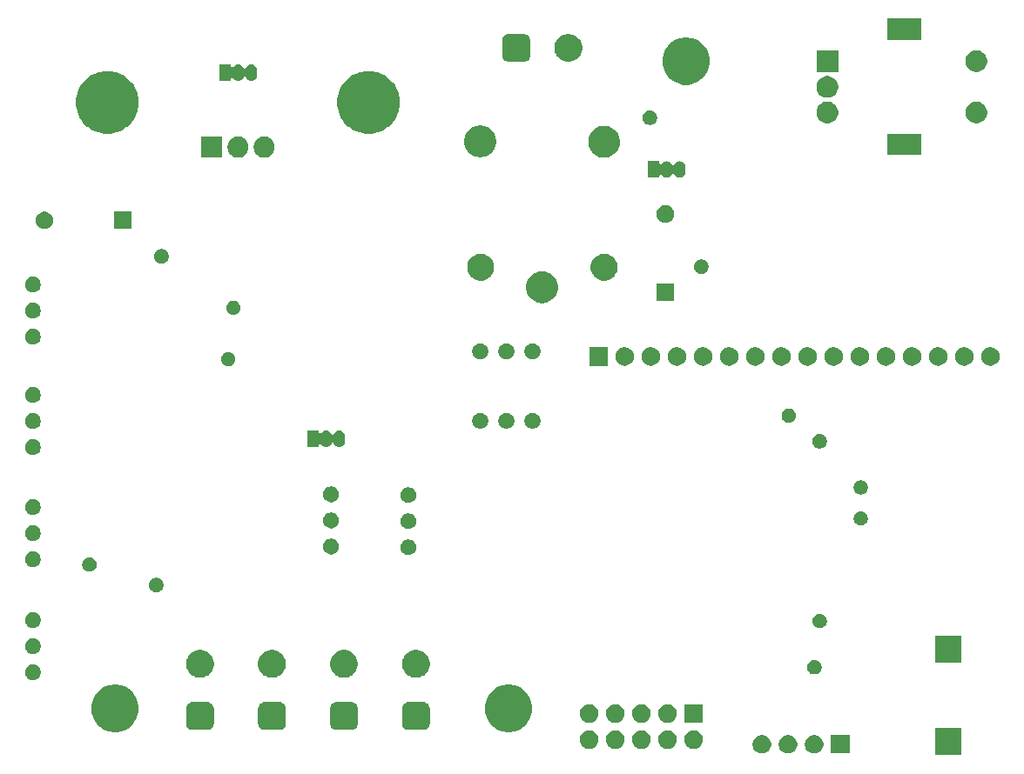
<source format=gbs>
G04 #@! TF.GenerationSoftware,KiCad,Pcbnew,(5.1.5)-3*
G04 #@! TF.CreationDate,2020-04-01T20:44:12+02:00*
G04 #@! TF.ProjectId,electro-load,656c6563-7472-46f2-9d6c-6f61642e6b69,rev?*
G04 #@! TF.SameCoordinates,Original*
G04 #@! TF.FileFunction,Soldermask,Bot*
G04 #@! TF.FilePolarity,Negative*
%FSLAX46Y46*%
G04 Gerber Fmt 4.6, Leading zero omitted, Abs format (unit mm)*
G04 Created by KiCad (PCBNEW (5.1.5)-3) date 2020-04-01 20:44:12*
%MOMM*%
%LPD*%
G04 APERTURE LIST*
%ADD10C,0.100000*%
G04 APERTURE END LIST*
D10*
G36*
X135801440Y-103051440D02*
G01*
X133198560Y-103051440D01*
X133198560Y-100448560D01*
X135801440Y-100448560D01*
X135801440Y-103051440D01*
G37*
G36*
X124901000Y-102901000D02*
G01*
X123099000Y-102901000D01*
X123099000Y-101099000D01*
X124901000Y-101099000D01*
X124901000Y-102901000D01*
G37*
G36*
X116493512Y-101103927D02*
G01*
X116642812Y-101133624D01*
X116806784Y-101201544D01*
X116954354Y-101300147D01*
X117079853Y-101425646D01*
X117178456Y-101573216D01*
X117246376Y-101737188D01*
X117281000Y-101911259D01*
X117281000Y-102088741D01*
X117246376Y-102262812D01*
X117178456Y-102426784D01*
X117079853Y-102574354D01*
X116954354Y-102699853D01*
X116806784Y-102798456D01*
X116642812Y-102866376D01*
X116493512Y-102896073D01*
X116468742Y-102901000D01*
X116291258Y-102901000D01*
X116266488Y-102896073D01*
X116117188Y-102866376D01*
X115953216Y-102798456D01*
X115805646Y-102699853D01*
X115680147Y-102574354D01*
X115581544Y-102426784D01*
X115513624Y-102262812D01*
X115479000Y-102088741D01*
X115479000Y-101911259D01*
X115513624Y-101737188D01*
X115581544Y-101573216D01*
X115680147Y-101425646D01*
X115805646Y-101300147D01*
X115953216Y-101201544D01*
X116117188Y-101133624D01*
X116266488Y-101103927D01*
X116291258Y-101099000D01*
X116468742Y-101099000D01*
X116493512Y-101103927D01*
G37*
G36*
X121573512Y-101103927D02*
G01*
X121722812Y-101133624D01*
X121886784Y-101201544D01*
X122034354Y-101300147D01*
X122159853Y-101425646D01*
X122258456Y-101573216D01*
X122326376Y-101737188D01*
X122361000Y-101911259D01*
X122361000Y-102088741D01*
X122326376Y-102262812D01*
X122258456Y-102426784D01*
X122159853Y-102574354D01*
X122034354Y-102699853D01*
X121886784Y-102798456D01*
X121722812Y-102866376D01*
X121573512Y-102896073D01*
X121548742Y-102901000D01*
X121371258Y-102901000D01*
X121346488Y-102896073D01*
X121197188Y-102866376D01*
X121033216Y-102798456D01*
X120885646Y-102699853D01*
X120760147Y-102574354D01*
X120661544Y-102426784D01*
X120593624Y-102262812D01*
X120559000Y-102088741D01*
X120559000Y-101911259D01*
X120593624Y-101737188D01*
X120661544Y-101573216D01*
X120760147Y-101425646D01*
X120885646Y-101300147D01*
X121033216Y-101201544D01*
X121197188Y-101133624D01*
X121346488Y-101103927D01*
X121371258Y-101099000D01*
X121548742Y-101099000D01*
X121573512Y-101103927D01*
G37*
G36*
X119033512Y-101103927D02*
G01*
X119182812Y-101133624D01*
X119346784Y-101201544D01*
X119494354Y-101300147D01*
X119619853Y-101425646D01*
X119718456Y-101573216D01*
X119786376Y-101737188D01*
X119821000Y-101911259D01*
X119821000Y-102088741D01*
X119786376Y-102262812D01*
X119718456Y-102426784D01*
X119619853Y-102574354D01*
X119494354Y-102699853D01*
X119346784Y-102798456D01*
X119182812Y-102866376D01*
X119033512Y-102896073D01*
X119008742Y-102901000D01*
X118831258Y-102901000D01*
X118806488Y-102896073D01*
X118657188Y-102866376D01*
X118493216Y-102798456D01*
X118345646Y-102699853D01*
X118220147Y-102574354D01*
X118121544Y-102426784D01*
X118053624Y-102262812D01*
X118019000Y-102088741D01*
X118019000Y-101911259D01*
X118053624Y-101737188D01*
X118121544Y-101573216D01*
X118220147Y-101425646D01*
X118345646Y-101300147D01*
X118493216Y-101201544D01*
X118657188Y-101133624D01*
X118806488Y-101103927D01*
X118831258Y-101099000D01*
X119008742Y-101099000D01*
X119033512Y-101103927D01*
G37*
G36*
X109863512Y-100643927D02*
G01*
X110012812Y-100673624D01*
X110176784Y-100741544D01*
X110324354Y-100840147D01*
X110449853Y-100965646D01*
X110548456Y-101113216D01*
X110616376Y-101277188D01*
X110651000Y-101451259D01*
X110651000Y-101628741D01*
X110616376Y-101802812D01*
X110548456Y-101966784D01*
X110449853Y-102114354D01*
X110324354Y-102239853D01*
X110176784Y-102338456D01*
X110012812Y-102406376D01*
X109863512Y-102436073D01*
X109838742Y-102441000D01*
X109661258Y-102441000D01*
X109636488Y-102436073D01*
X109487188Y-102406376D01*
X109323216Y-102338456D01*
X109175646Y-102239853D01*
X109050147Y-102114354D01*
X108951544Y-101966784D01*
X108883624Y-101802812D01*
X108849000Y-101628741D01*
X108849000Y-101451259D01*
X108883624Y-101277188D01*
X108951544Y-101113216D01*
X109050147Y-100965646D01*
X109175646Y-100840147D01*
X109323216Y-100741544D01*
X109487188Y-100673624D01*
X109636488Y-100643927D01*
X109661258Y-100639000D01*
X109838742Y-100639000D01*
X109863512Y-100643927D01*
G37*
G36*
X99703512Y-100643927D02*
G01*
X99852812Y-100673624D01*
X100016784Y-100741544D01*
X100164354Y-100840147D01*
X100289853Y-100965646D01*
X100388456Y-101113216D01*
X100456376Y-101277188D01*
X100491000Y-101451259D01*
X100491000Y-101628741D01*
X100456376Y-101802812D01*
X100388456Y-101966784D01*
X100289853Y-102114354D01*
X100164354Y-102239853D01*
X100016784Y-102338456D01*
X99852812Y-102406376D01*
X99703512Y-102436073D01*
X99678742Y-102441000D01*
X99501258Y-102441000D01*
X99476488Y-102436073D01*
X99327188Y-102406376D01*
X99163216Y-102338456D01*
X99015646Y-102239853D01*
X98890147Y-102114354D01*
X98791544Y-101966784D01*
X98723624Y-101802812D01*
X98689000Y-101628741D01*
X98689000Y-101451259D01*
X98723624Y-101277188D01*
X98791544Y-101113216D01*
X98890147Y-100965646D01*
X99015646Y-100840147D01*
X99163216Y-100741544D01*
X99327188Y-100673624D01*
X99476488Y-100643927D01*
X99501258Y-100639000D01*
X99678742Y-100639000D01*
X99703512Y-100643927D01*
G37*
G36*
X102243512Y-100643927D02*
G01*
X102392812Y-100673624D01*
X102556784Y-100741544D01*
X102704354Y-100840147D01*
X102829853Y-100965646D01*
X102928456Y-101113216D01*
X102996376Y-101277188D01*
X103031000Y-101451259D01*
X103031000Y-101628741D01*
X102996376Y-101802812D01*
X102928456Y-101966784D01*
X102829853Y-102114354D01*
X102704354Y-102239853D01*
X102556784Y-102338456D01*
X102392812Y-102406376D01*
X102243512Y-102436073D01*
X102218742Y-102441000D01*
X102041258Y-102441000D01*
X102016488Y-102436073D01*
X101867188Y-102406376D01*
X101703216Y-102338456D01*
X101555646Y-102239853D01*
X101430147Y-102114354D01*
X101331544Y-101966784D01*
X101263624Y-101802812D01*
X101229000Y-101628741D01*
X101229000Y-101451259D01*
X101263624Y-101277188D01*
X101331544Y-101113216D01*
X101430147Y-100965646D01*
X101555646Y-100840147D01*
X101703216Y-100741544D01*
X101867188Y-100673624D01*
X102016488Y-100643927D01*
X102041258Y-100639000D01*
X102218742Y-100639000D01*
X102243512Y-100643927D01*
G37*
G36*
X104783512Y-100643927D02*
G01*
X104932812Y-100673624D01*
X105096784Y-100741544D01*
X105244354Y-100840147D01*
X105369853Y-100965646D01*
X105468456Y-101113216D01*
X105536376Y-101277188D01*
X105571000Y-101451259D01*
X105571000Y-101628741D01*
X105536376Y-101802812D01*
X105468456Y-101966784D01*
X105369853Y-102114354D01*
X105244354Y-102239853D01*
X105096784Y-102338456D01*
X104932812Y-102406376D01*
X104783512Y-102436073D01*
X104758742Y-102441000D01*
X104581258Y-102441000D01*
X104556488Y-102436073D01*
X104407188Y-102406376D01*
X104243216Y-102338456D01*
X104095646Y-102239853D01*
X103970147Y-102114354D01*
X103871544Y-101966784D01*
X103803624Y-101802812D01*
X103769000Y-101628741D01*
X103769000Y-101451259D01*
X103803624Y-101277188D01*
X103871544Y-101113216D01*
X103970147Y-100965646D01*
X104095646Y-100840147D01*
X104243216Y-100741544D01*
X104407188Y-100673624D01*
X104556488Y-100643927D01*
X104581258Y-100639000D01*
X104758742Y-100639000D01*
X104783512Y-100643927D01*
G37*
G36*
X107323512Y-100643927D02*
G01*
X107472812Y-100673624D01*
X107636784Y-100741544D01*
X107784354Y-100840147D01*
X107909853Y-100965646D01*
X108008456Y-101113216D01*
X108076376Y-101277188D01*
X108111000Y-101451259D01*
X108111000Y-101628741D01*
X108076376Y-101802812D01*
X108008456Y-101966784D01*
X107909853Y-102114354D01*
X107784354Y-102239853D01*
X107636784Y-102338456D01*
X107472812Y-102406376D01*
X107323512Y-102436073D01*
X107298742Y-102441000D01*
X107121258Y-102441000D01*
X107096488Y-102436073D01*
X106947188Y-102406376D01*
X106783216Y-102338456D01*
X106635646Y-102239853D01*
X106510147Y-102114354D01*
X106411544Y-101966784D01*
X106343624Y-101802812D01*
X106309000Y-101628741D01*
X106309000Y-101451259D01*
X106343624Y-101277188D01*
X106411544Y-101113216D01*
X106510147Y-100965646D01*
X106635646Y-100840147D01*
X106783216Y-100741544D01*
X106947188Y-100673624D01*
X107096488Y-100643927D01*
X107121258Y-100639000D01*
X107298742Y-100639000D01*
X107323512Y-100643927D01*
G37*
G36*
X53948903Y-96243213D02*
G01*
X54171177Y-96287426D01*
X54589932Y-96460880D01*
X54966802Y-96712696D01*
X55287304Y-97033198D01*
X55539120Y-97410068D01*
X55712574Y-97828823D01*
X55712574Y-97828824D01*
X55801000Y-98273370D01*
X55801000Y-98726630D01*
X55764275Y-98911258D01*
X55712574Y-99171177D01*
X55539120Y-99589932D01*
X55287304Y-99966802D01*
X54966802Y-100287304D01*
X54589932Y-100539120D01*
X54171177Y-100712574D01*
X53948903Y-100756787D01*
X53726630Y-100801000D01*
X53273370Y-100801000D01*
X53051097Y-100756787D01*
X52828823Y-100712574D01*
X52410068Y-100539120D01*
X52033198Y-100287304D01*
X51712696Y-99966802D01*
X51460880Y-99589932D01*
X51287426Y-99171177D01*
X51235725Y-98911258D01*
X51199000Y-98726630D01*
X51199000Y-98273370D01*
X51287426Y-97828824D01*
X51287426Y-97828823D01*
X51460880Y-97410068D01*
X51712696Y-97033198D01*
X52033198Y-96712696D01*
X52410068Y-96460880D01*
X52828823Y-96287426D01*
X53051097Y-96243213D01*
X53273370Y-96199000D01*
X53726630Y-96199000D01*
X53948903Y-96243213D01*
G37*
G36*
X92198903Y-96243213D02*
G01*
X92421177Y-96287426D01*
X92839932Y-96460880D01*
X93216802Y-96712696D01*
X93537304Y-97033198D01*
X93789120Y-97410068D01*
X93962574Y-97828823D01*
X93962574Y-97828824D01*
X94051000Y-98273370D01*
X94051000Y-98726630D01*
X94014275Y-98911258D01*
X93962574Y-99171177D01*
X93789120Y-99589932D01*
X93537304Y-99966802D01*
X93216802Y-100287304D01*
X92839932Y-100539120D01*
X92421177Y-100712574D01*
X92198903Y-100756787D01*
X91976630Y-100801000D01*
X91523370Y-100801000D01*
X91301097Y-100756787D01*
X91078823Y-100712574D01*
X90660068Y-100539120D01*
X90283198Y-100287304D01*
X89962696Y-99966802D01*
X89710880Y-99589932D01*
X89537426Y-99171177D01*
X89485725Y-98911258D01*
X89449000Y-98726630D01*
X89449000Y-98273370D01*
X89537426Y-97828824D01*
X89537426Y-97828823D01*
X89710880Y-97410068D01*
X89962696Y-97033198D01*
X90283198Y-96712696D01*
X90660068Y-96460880D01*
X91078823Y-96287426D01*
X91301097Y-96243213D01*
X91523370Y-96199000D01*
X91976630Y-96199000D01*
X92198903Y-96243213D01*
G37*
G36*
X83607473Y-97911371D02*
G01*
X83722353Y-97946220D01*
X83828228Y-98002811D01*
X83921029Y-98078971D01*
X83997189Y-98171772D01*
X84053780Y-98277647D01*
X84088629Y-98392527D01*
X84101000Y-98518140D01*
X84101000Y-99981860D01*
X84088629Y-100107473D01*
X84053780Y-100222353D01*
X83997189Y-100328228D01*
X83921029Y-100421029D01*
X83828228Y-100497189D01*
X83722353Y-100553780D01*
X83607473Y-100588629D01*
X83481860Y-100601000D01*
X82018140Y-100601000D01*
X81892527Y-100588629D01*
X81777647Y-100553780D01*
X81671772Y-100497189D01*
X81578971Y-100421029D01*
X81502811Y-100328228D01*
X81446220Y-100222353D01*
X81411371Y-100107473D01*
X81399000Y-99981860D01*
X81399000Y-98518140D01*
X81411371Y-98392527D01*
X81446220Y-98277647D01*
X81502811Y-98171772D01*
X81578971Y-98078971D01*
X81671772Y-98002811D01*
X81777647Y-97946220D01*
X81892527Y-97911371D01*
X82018140Y-97899000D01*
X83481860Y-97899000D01*
X83607473Y-97911371D01*
G37*
G36*
X76607473Y-97911371D02*
G01*
X76722353Y-97946220D01*
X76828228Y-98002811D01*
X76921029Y-98078971D01*
X76997189Y-98171772D01*
X77053780Y-98277647D01*
X77088629Y-98392527D01*
X77101000Y-98518140D01*
X77101000Y-99981860D01*
X77088629Y-100107473D01*
X77053780Y-100222353D01*
X76997189Y-100328228D01*
X76921029Y-100421029D01*
X76828228Y-100497189D01*
X76722353Y-100553780D01*
X76607473Y-100588629D01*
X76481860Y-100601000D01*
X75018140Y-100601000D01*
X74892527Y-100588629D01*
X74777647Y-100553780D01*
X74671772Y-100497189D01*
X74578971Y-100421029D01*
X74502811Y-100328228D01*
X74446220Y-100222353D01*
X74411371Y-100107473D01*
X74399000Y-99981860D01*
X74399000Y-98518140D01*
X74411371Y-98392527D01*
X74446220Y-98277647D01*
X74502811Y-98171772D01*
X74578971Y-98078971D01*
X74671772Y-98002811D01*
X74777647Y-97946220D01*
X74892527Y-97911371D01*
X75018140Y-97899000D01*
X76481860Y-97899000D01*
X76607473Y-97911371D01*
G37*
G36*
X69607473Y-97911371D02*
G01*
X69722353Y-97946220D01*
X69828228Y-98002811D01*
X69921029Y-98078971D01*
X69997189Y-98171772D01*
X70053780Y-98277647D01*
X70088629Y-98392527D01*
X70101000Y-98518140D01*
X70101000Y-99981860D01*
X70088629Y-100107473D01*
X70053780Y-100222353D01*
X69997189Y-100328228D01*
X69921029Y-100421029D01*
X69828228Y-100497189D01*
X69722353Y-100553780D01*
X69607473Y-100588629D01*
X69481860Y-100601000D01*
X68018140Y-100601000D01*
X67892527Y-100588629D01*
X67777647Y-100553780D01*
X67671772Y-100497189D01*
X67578971Y-100421029D01*
X67502811Y-100328228D01*
X67446220Y-100222353D01*
X67411371Y-100107473D01*
X67399000Y-99981860D01*
X67399000Y-98518140D01*
X67411371Y-98392527D01*
X67446220Y-98277647D01*
X67502811Y-98171772D01*
X67578971Y-98078971D01*
X67671772Y-98002811D01*
X67777647Y-97946220D01*
X67892527Y-97911371D01*
X68018140Y-97899000D01*
X69481860Y-97899000D01*
X69607473Y-97911371D01*
G37*
G36*
X62607473Y-97911371D02*
G01*
X62722353Y-97946220D01*
X62828228Y-98002811D01*
X62921029Y-98078971D01*
X62997189Y-98171772D01*
X63053780Y-98277647D01*
X63088629Y-98392527D01*
X63101000Y-98518140D01*
X63101000Y-99981860D01*
X63088629Y-100107473D01*
X63053780Y-100222353D01*
X62997189Y-100328228D01*
X62921029Y-100421029D01*
X62828228Y-100497189D01*
X62722353Y-100553780D01*
X62607473Y-100588629D01*
X62481860Y-100601000D01*
X61018140Y-100601000D01*
X60892527Y-100588629D01*
X60777647Y-100553780D01*
X60671772Y-100497189D01*
X60578971Y-100421029D01*
X60502811Y-100328228D01*
X60446220Y-100222353D01*
X60411371Y-100107473D01*
X60399000Y-99981860D01*
X60399000Y-98518140D01*
X60411371Y-98392527D01*
X60446220Y-98277647D01*
X60502811Y-98171772D01*
X60578971Y-98078971D01*
X60671772Y-98002811D01*
X60777647Y-97946220D01*
X60892527Y-97911371D01*
X61018140Y-97899000D01*
X62481860Y-97899000D01*
X62607473Y-97911371D01*
G37*
G36*
X110651000Y-99901000D02*
G01*
X108849000Y-99901000D01*
X108849000Y-98099000D01*
X110651000Y-98099000D01*
X110651000Y-99901000D01*
G37*
G36*
X107323512Y-98103927D02*
G01*
X107472812Y-98133624D01*
X107636784Y-98201544D01*
X107784354Y-98300147D01*
X107909853Y-98425646D01*
X108008456Y-98573216D01*
X108076376Y-98737188D01*
X108111000Y-98911259D01*
X108111000Y-99088741D01*
X108076376Y-99262812D01*
X108008456Y-99426784D01*
X107909853Y-99574354D01*
X107784354Y-99699853D01*
X107636784Y-99798456D01*
X107472812Y-99866376D01*
X107323512Y-99896073D01*
X107298742Y-99901000D01*
X107121258Y-99901000D01*
X107096488Y-99896073D01*
X106947188Y-99866376D01*
X106783216Y-99798456D01*
X106635646Y-99699853D01*
X106510147Y-99574354D01*
X106411544Y-99426784D01*
X106343624Y-99262812D01*
X106309000Y-99088741D01*
X106309000Y-98911259D01*
X106343624Y-98737188D01*
X106411544Y-98573216D01*
X106510147Y-98425646D01*
X106635646Y-98300147D01*
X106783216Y-98201544D01*
X106947188Y-98133624D01*
X107096488Y-98103927D01*
X107121258Y-98099000D01*
X107298742Y-98099000D01*
X107323512Y-98103927D01*
G37*
G36*
X104783512Y-98103927D02*
G01*
X104932812Y-98133624D01*
X105096784Y-98201544D01*
X105244354Y-98300147D01*
X105369853Y-98425646D01*
X105468456Y-98573216D01*
X105536376Y-98737188D01*
X105571000Y-98911259D01*
X105571000Y-99088741D01*
X105536376Y-99262812D01*
X105468456Y-99426784D01*
X105369853Y-99574354D01*
X105244354Y-99699853D01*
X105096784Y-99798456D01*
X104932812Y-99866376D01*
X104783512Y-99896073D01*
X104758742Y-99901000D01*
X104581258Y-99901000D01*
X104556488Y-99896073D01*
X104407188Y-99866376D01*
X104243216Y-99798456D01*
X104095646Y-99699853D01*
X103970147Y-99574354D01*
X103871544Y-99426784D01*
X103803624Y-99262812D01*
X103769000Y-99088741D01*
X103769000Y-98911259D01*
X103803624Y-98737188D01*
X103871544Y-98573216D01*
X103970147Y-98425646D01*
X104095646Y-98300147D01*
X104243216Y-98201544D01*
X104407188Y-98133624D01*
X104556488Y-98103927D01*
X104581258Y-98099000D01*
X104758742Y-98099000D01*
X104783512Y-98103927D01*
G37*
G36*
X102243512Y-98103927D02*
G01*
X102392812Y-98133624D01*
X102556784Y-98201544D01*
X102704354Y-98300147D01*
X102829853Y-98425646D01*
X102928456Y-98573216D01*
X102996376Y-98737188D01*
X103031000Y-98911259D01*
X103031000Y-99088741D01*
X102996376Y-99262812D01*
X102928456Y-99426784D01*
X102829853Y-99574354D01*
X102704354Y-99699853D01*
X102556784Y-99798456D01*
X102392812Y-99866376D01*
X102243512Y-99896073D01*
X102218742Y-99901000D01*
X102041258Y-99901000D01*
X102016488Y-99896073D01*
X101867188Y-99866376D01*
X101703216Y-99798456D01*
X101555646Y-99699853D01*
X101430147Y-99574354D01*
X101331544Y-99426784D01*
X101263624Y-99262812D01*
X101229000Y-99088741D01*
X101229000Y-98911259D01*
X101263624Y-98737188D01*
X101331544Y-98573216D01*
X101430147Y-98425646D01*
X101555646Y-98300147D01*
X101703216Y-98201544D01*
X101867188Y-98133624D01*
X102016488Y-98103927D01*
X102041258Y-98099000D01*
X102218742Y-98099000D01*
X102243512Y-98103927D01*
G37*
G36*
X99703512Y-98103927D02*
G01*
X99852812Y-98133624D01*
X100016784Y-98201544D01*
X100164354Y-98300147D01*
X100289853Y-98425646D01*
X100388456Y-98573216D01*
X100456376Y-98737188D01*
X100491000Y-98911259D01*
X100491000Y-99088741D01*
X100456376Y-99262812D01*
X100388456Y-99426784D01*
X100289853Y-99574354D01*
X100164354Y-99699853D01*
X100016784Y-99798456D01*
X99852812Y-99866376D01*
X99703512Y-99896073D01*
X99678742Y-99901000D01*
X99501258Y-99901000D01*
X99476488Y-99896073D01*
X99327188Y-99866376D01*
X99163216Y-99798456D01*
X99015646Y-99699853D01*
X98890147Y-99574354D01*
X98791544Y-99426784D01*
X98723624Y-99262812D01*
X98689000Y-99088741D01*
X98689000Y-98911259D01*
X98723624Y-98737188D01*
X98791544Y-98573216D01*
X98890147Y-98425646D01*
X99015646Y-98300147D01*
X99163216Y-98201544D01*
X99327188Y-98133624D01*
X99476488Y-98103927D01*
X99501258Y-98099000D01*
X99678742Y-98099000D01*
X99703512Y-98103927D01*
G37*
G36*
X45625589Y-94238876D02*
G01*
X45724893Y-94258629D01*
X45865206Y-94316748D01*
X45991484Y-94401125D01*
X46098875Y-94508516D01*
X46183252Y-94634794D01*
X46241371Y-94775107D01*
X46271000Y-94924063D01*
X46271000Y-95075937D01*
X46241371Y-95224893D01*
X46183252Y-95365206D01*
X46098875Y-95491484D01*
X45991484Y-95598875D01*
X45865206Y-95683252D01*
X45724893Y-95741371D01*
X45625589Y-95761124D01*
X45575938Y-95771000D01*
X45424062Y-95771000D01*
X45374411Y-95761124D01*
X45275107Y-95741371D01*
X45134794Y-95683252D01*
X45008516Y-95598875D01*
X44901125Y-95491484D01*
X44816748Y-95365206D01*
X44758629Y-95224893D01*
X44729000Y-95075937D01*
X44729000Y-94924063D01*
X44758629Y-94775107D01*
X44816748Y-94634794D01*
X44901125Y-94508516D01*
X45008516Y-94401125D01*
X45134794Y-94316748D01*
X45275107Y-94258629D01*
X45374411Y-94238876D01*
X45424062Y-94229000D01*
X45575938Y-94229000D01*
X45625589Y-94238876D01*
G37*
G36*
X62144072Y-92870918D02*
G01*
X62338577Y-92951484D01*
X62389939Y-92972759D01*
X62501328Y-93047187D01*
X62611211Y-93120609D01*
X62799391Y-93308789D01*
X62947242Y-93530063D01*
X63049082Y-93775928D01*
X63101000Y-94036937D01*
X63101000Y-94303063D01*
X63049082Y-94564072D01*
X62947242Y-94809937D01*
X62799391Y-95031211D01*
X62611211Y-95219391D01*
X62501328Y-95292813D01*
X62389939Y-95367241D01*
X62389938Y-95367242D01*
X62389937Y-95367242D01*
X62144072Y-95469082D01*
X61883063Y-95521000D01*
X61616937Y-95521000D01*
X61355928Y-95469082D01*
X61110063Y-95367242D01*
X61110062Y-95367242D01*
X61110061Y-95367241D01*
X60998672Y-95292813D01*
X60888789Y-95219391D01*
X60700609Y-95031211D01*
X60552758Y-94809937D01*
X60450918Y-94564072D01*
X60399000Y-94303063D01*
X60399000Y-94036937D01*
X60450918Y-93775928D01*
X60552758Y-93530063D01*
X60700609Y-93308789D01*
X60888789Y-93120609D01*
X60998672Y-93047187D01*
X61110061Y-92972759D01*
X61161424Y-92951484D01*
X61355928Y-92870918D01*
X61616937Y-92819000D01*
X61883063Y-92819000D01*
X62144072Y-92870918D01*
G37*
G36*
X76144072Y-92870918D02*
G01*
X76338577Y-92951484D01*
X76389939Y-92972759D01*
X76501328Y-93047187D01*
X76611211Y-93120609D01*
X76799391Y-93308789D01*
X76947242Y-93530063D01*
X77049082Y-93775928D01*
X77101000Y-94036937D01*
X77101000Y-94303063D01*
X77049082Y-94564072D01*
X76947242Y-94809937D01*
X76799391Y-95031211D01*
X76611211Y-95219391D01*
X76501328Y-95292813D01*
X76389939Y-95367241D01*
X76389938Y-95367242D01*
X76389937Y-95367242D01*
X76144072Y-95469082D01*
X75883063Y-95521000D01*
X75616937Y-95521000D01*
X75355928Y-95469082D01*
X75110063Y-95367242D01*
X75110062Y-95367242D01*
X75110061Y-95367241D01*
X74998672Y-95292813D01*
X74888789Y-95219391D01*
X74700609Y-95031211D01*
X74552758Y-94809937D01*
X74450918Y-94564072D01*
X74399000Y-94303063D01*
X74399000Y-94036937D01*
X74450918Y-93775928D01*
X74552758Y-93530063D01*
X74700609Y-93308789D01*
X74888789Y-93120609D01*
X74998672Y-93047187D01*
X75110061Y-92972759D01*
X75161424Y-92951484D01*
X75355928Y-92870918D01*
X75616937Y-92819000D01*
X75883063Y-92819000D01*
X76144072Y-92870918D01*
G37*
G36*
X83144072Y-92870918D02*
G01*
X83338577Y-92951484D01*
X83389939Y-92972759D01*
X83501328Y-93047187D01*
X83611211Y-93120609D01*
X83799391Y-93308789D01*
X83947242Y-93530063D01*
X84049082Y-93775928D01*
X84101000Y-94036937D01*
X84101000Y-94303063D01*
X84049082Y-94564072D01*
X83947242Y-94809937D01*
X83799391Y-95031211D01*
X83611211Y-95219391D01*
X83501328Y-95292813D01*
X83389939Y-95367241D01*
X83389938Y-95367242D01*
X83389937Y-95367242D01*
X83144072Y-95469082D01*
X82883063Y-95521000D01*
X82616937Y-95521000D01*
X82355928Y-95469082D01*
X82110063Y-95367242D01*
X82110062Y-95367242D01*
X82110061Y-95367241D01*
X81998672Y-95292813D01*
X81888789Y-95219391D01*
X81700609Y-95031211D01*
X81552758Y-94809937D01*
X81450918Y-94564072D01*
X81399000Y-94303063D01*
X81399000Y-94036937D01*
X81450918Y-93775928D01*
X81552758Y-93530063D01*
X81700609Y-93308789D01*
X81888789Y-93120609D01*
X81998672Y-93047187D01*
X82110061Y-92972759D01*
X82161424Y-92951484D01*
X82355928Y-92870918D01*
X82616937Y-92819000D01*
X82883063Y-92819000D01*
X83144072Y-92870918D01*
G37*
G36*
X69144072Y-92870918D02*
G01*
X69338577Y-92951484D01*
X69389939Y-92972759D01*
X69501328Y-93047187D01*
X69611211Y-93120609D01*
X69799391Y-93308789D01*
X69947242Y-93530063D01*
X70049082Y-93775928D01*
X70101000Y-94036937D01*
X70101000Y-94303063D01*
X70049082Y-94564072D01*
X69947242Y-94809937D01*
X69799391Y-95031211D01*
X69611211Y-95219391D01*
X69501328Y-95292813D01*
X69389939Y-95367241D01*
X69389938Y-95367242D01*
X69389937Y-95367242D01*
X69144072Y-95469082D01*
X68883063Y-95521000D01*
X68616937Y-95521000D01*
X68355928Y-95469082D01*
X68110063Y-95367242D01*
X68110062Y-95367242D01*
X68110061Y-95367241D01*
X67998672Y-95292813D01*
X67888789Y-95219391D01*
X67700609Y-95031211D01*
X67552758Y-94809937D01*
X67450918Y-94564072D01*
X67399000Y-94303063D01*
X67399000Y-94036937D01*
X67450918Y-93775928D01*
X67552758Y-93530063D01*
X67700609Y-93308789D01*
X67888789Y-93120609D01*
X67998672Y-93047187D01*
X68110061Y-92972759D01*
X68161424Y-92951484D01*
X68355928Y-92870918D01*
X68616937Y-92819000D01*
X68883063Y-92819000D01*
X69144072Y-92870918D01*
G37*
G36*
X121704473Y-93825938D02*
G01*
X121832049Y-93878782D01*
X121946859Y-93955495D01*
X122044505Y-94053141D01*
X122121218Y-94167951D01*
X122174062Y-94295527D01*
X122201000Y-94430956D01*
X122201000Y-94569044D01*
X122174062Y-94704473D01*
X122121218Y-94832049D01*
X122044505Y-94946859D01*
X121946859Y-95044505D01*
X121832049Y-95121218D01*
X121704473Y-95174062D01*
X121569044Y-95201000D01*
X121430956Y-95201000D01*
X121295527Y-95174062D01*
X121167951Y-95121218D01*
X121053141Y-95044505D01*
X120955495Y-94946859D01*
X120878782Y-94832049D01*
X120825938Y-94704473D01*
X120799000Y-94569044D01*
X120799000Y-94430956D01*
X120825938Y-94295527D01*
X120878782Y-94167951D01*
X120955495Y-94053141D01*
X121053141Y-93955495D01*
X121167951Y-93878782D01*
X121295527Y-93825938D01*
X121430956Y-93799000D01*
X121569044Y-93799000D01*
X121704473Y-93825938D01*
G37*
G36*
X135801440Y-94051440D02*
G01*
X133198560Y-94051440D01*
X133198560Y-91448560D01*
X135801440Y-91448560D01*
X135801440Y-94051440D01*
G37*
G36*
X45625589Y-91698876D02*
G01*
X45724893Y-91718629D01*
X45865206Y-91776748D01*
X45991484Y-91861125D01*
X46098875Y-91968516D01*
X46183252Y-92094794D01*
X46241371Y-92235107D01*
X46271000Y-92384063D01*
X46271000Y-92535937D01*
X46241371Y-92684893D01*
X46183252Y-92825206D01*
X46098875Y-92951484D01*
X45991484Y-93058875D01*
X45865206Y-93143252D01*
X45724893Y-93201371D01*
X45625589Y-93221124D01*
X45575938Y-93231000D01*
X45424062Y-93231000D01*
X45374411Y-93221124D01*
X45275107Y-93201371D01*
X45134794Y-93143252D01*
X45008516Y-93058875D01*
X44901125Y-92951484D01*
X44816748Y-92825206D01*
X44758629Y-92684893D01*
X44729000Y-92535937D01*
X44729000Y-92384063D01*
X44758629Y-92235107D01*
X44816748Y-92094794D01*
X44901125Y-91968516D01*
X45008516Y-91861125D01*
X45134794Y-91776748D01*
X45275107Y-91718629D01*
X45374411Y-91698876D01*
X45424062Y-91689000D01*
X45575938Y-91689000D01*
X45625589Y-91698876D01*
G37*
G36*
X122204473Y-89325938D02*
G01*
X122332049Y-89378782D01*
X122446859Y-89455495D01*
X122544505Y-89553141D01*
X122621218Y-89667951D01*
X122674062Y-89795527D01*
X122701000Y-89930956D01*
X122701000Y-90069044D01*
X122674062Y-90204473D01*
X122621218Y-90332049D01*
X122544505Y-90446859D01*
X122446859Y-90544505D01*
X122332049Y-90621218D01*
X122204473Y-90674062D01*
X122069044Y-90701000D01*
X121930956Y-90701000D01*
X121795527Y-90674062D01*
X121667951Y-90621218D01*
X121553141Y-90544505D01*
X121455495Y-90446859D01*
X121378782Y-90332049D01*
X121325938Y-90204473D01*
X121299000Y-90069044D01*
X121299000Y-89930956D01*
X121325938Y-89795527D01*
X121378782Y-89667951D01*
X121455495Y-89553141D01*
X121553141Y-89455495D01*
X121667951Y-89378782D01*
X121795527Y-89325938D01*
X121930956Y-89299000D01*
X122069044Y-89299000D01*
X122204473Y-89325938D01*
G37*
G36*
X45625589Y-89158876D02*
G01*
X45724893Y-89178629D01*
X45865206Y-89236748D01*
X45991484Y-89321125D01*
X46098875Y-89428516D01*
X46183252Y-89554794D01*
X46241371Y-89695107D01*
X46271000Y-89844063D01*
X46271000Y-89995937D01*
X46241371Y-90144893D01*
X46183252Y-90285206D01*
X46098875Y-90411484D01*
X45991484Y-90518875D01*
X45865206Y-90603252D01*
X45724893Y-90661371D01*
X45625589Y-90681124D01*
X45575938Y-90691000D01*
X45424062Y-90691000D01*
X45374411Y-90681124D01*
X45275107Y-90661371D01*
X45134794Y-90603252D01*
X45008516Y-90518875D01*
X44901125Y-90411484D01*
X44816748Y-90285206D01*
X44758629Y-90144893D01*
X44729000Y-89995937D01*
X44729000Y-89844063D01*
X44758629Y-89695107D01*
X44816748Y-89554794D01*
X44901125Y-89428516D01*
X45008516Y-89321125D01*
X45134794Y-89236748D01*
X45275107Y-89178629D01*
X45374411Y-89158876D01*
X45424062Y-89149000D01*
X45575938Y-89149000D01*
X45625589Y-89158876D01*
G37*
G36*
X57704473Y-85825938D02*
G01*
X57832049Y-85878782D01*
X57946859Y-85955495D01*
X58044505Y-86053141D01*
X58121218Y-86167951D01*
X58174062Y-86295527D01*
X58201000Y-86430956D01*
X58201000Y-86569044D01*
X58174062Y-86704473D01*
X58121218Y-86832049D01*
X58044505Y-86946859D01*
X57946859Y-87044505D01*
X57832049Y-87121218D01*
X57704473Y-87174062D01*
X57569044Y-87201000D01*
X57430956Y-87201000D01*
X57295527Y-87174062D01*
X57167951Y-87121218D01*
X57053141Y-87044505D01*
X56955495Y-86946859D01*
X56878782Y-86832049D01*
X56825938Y-86704473D01*
X56799000Y-86569044D01*
X56799000Y-86430956D01*
X56825938Y-86295527D01*
X56878782Y-86167951D01*
X56955495Y-86053141D01*
X57053141Y-85955495D01*
X57167951Y-85878782D01*
X57295527Y-85825938D01*
X57430956Y-85799000D01*
X57569044Y-85799000D01*
X57704473Y-85825938D01*
G37*
G36*
X51204473Y-83825938D02*
G01*
X51332049Y-83878782D01*
X51446859Y-83955495D01*
X51544505Y-84053141D01*
X51621218Y-84167951D01*
X51674062Y-84295527D01*
X51701000Y-84430956D01*
X51701000Y-84569044D01*
X51674062Y-84704473D01*
X51621218Y-84832049D01*
X51544505Y-84946859D01*
X51446859Y-85044505D01*
X51332049Y-85121218D01*
X51204473Y-85174062D01*
X51069044Y-85201000D01*
X50930956Y-85201000D01*
X50795527Y-85174062D01*
X50667951Y-85121218D01*
X50553141Y-85044505D01*
X50455495Y-84946859D01*
X50378782Y-84832049D01*
X50325938Y-84704473D01*
X50299000Y-84569044D01*
X50299000Y-84430956D01*
X50325938Y-84295527D01*
X50378782Y-84167951D01*
X50455495Y-84053141D01*
X50553141Y-83955495D01*
X50667951Y-83878782D01*
X50795527Y-83825938D01*
X50930956Y-83799000D01*
X51069044Y-83799000D01*
X51204473Y-83825938D01*
G37*
G36*
X45625589Y-83238876D02*
G01*
X45724893Y-83258629D01*
X45865206Y-83316748D01*
X45991484Y-83401125D01*
X46098875Y-83508516D01*
X46183252Y-83634794D01*
X46241371Y-83775107D01*
X46271000Y-83924063D01*
X46271000Y-84075937D01*
X46241371Y-84224893D01*
X46183252Y-84365206D01*
X46098875Y-84491484D01*
X45991484Y-84598875D01*
X45865206Y-84683252D01*
X45724893Y-84741371D01*
X45625589Y-84761124D01*
X45575938Y-84771000D01*
X45424062Y-84771000D01*
X45374411Y-84761124D01*
X45275107Y-84741371D01*
X45134794Y-84683252D01*
X45008516Y-84598875D01*
X44901125Y-84491484D01*
X44816748Y-84365206D01*
X44758629Y-84224893D01*
X44729000Y-84075937D01*
X44729000Y-83924063D01*
X44758629Y-83775107D01*
X44816748Y-83634794D01*
X44901125Y-83508516D01*
X45008516Y-83401125D01*
X45134794Y-83316748D01*
X45275107Y-83258629D01*
X45374411Y-83238876D01*
X45424062Y-83229000D01*
X45575938Y-83229000D01*
X45625589Y-83238876D01*
G37*
G36*
X82114889Y-82066748D02*
G01*
X82224893Y-82088629D01*
X82365206Y-82146748D01*
X82491484Y-82231125D01*
X82598875Y-82338516D01*
X82683252Y-82464794D01*
X82741371Y-82605107D01*
X82771000Y-82754063D01*
X82771000Y-82905937D01*
X82741371Y-83054893D01*
X82683252Y-83195206D01*
X82598875Y-83321484D01*
X82491484Y-83428875D01*
X82365206Y-83513252D01*
X82224893Y-83571371D01*
X82125589Y-83591124D01*
X82075938Y-83601000D01*
X81924062Y-83601000D01*
X81874411Y-83591124D01*
X81775107Y-83571371D01*
X81634794Y-83513252D01*
X81508516Y-83428875D01*
X81401125Y-83321484D01*
X81316748Y-83195206D01*
X81258629Y-83054893D01*
X81229000Y-82905937D01*
X81229000Y-82754063D01*
X81258629Y-82605107D01*
X81316748Y-82464794D01*
X81401125Y-82338516D01*
X81508516Y-82231125D01*
X81634794Y-82146748D01*
X81775107Y-82088629D01*
X81885111Y-82066748D01*
X81924062Y-82059000D01*
X82075938Y-82059000D01*
X82114889Y-82066748D01*
G37*
G36*
X74625589Y-81988876D02*
G01*
X74724893Y-82008629D01*
X74865206Y-82066748D01*
X74991484Y-82151125D01*
X75098875Y-82258516D01*
X75183252Y-82384794D01*
X75241371Y-82525107D01*
X75271000Y-82674063D01*
X75271000Y-82825937D01*
X75241371Y-82974893D01*
X75183252Y-83115206D01*
X75098875Y-83241484D01*
X74991484Y-83348875D01*
X74865206Y-83433252D01*
X74724893Y-83491371D01*
X74625589Y-83511124D01*
X74575938Y-83521000D01*
X74424062Y-83521000D01*
X74374411Y-83511124D01*
X74275107Y-83491371D01*
X74134794Y-83433252D01*
X74008516Y-83348875D01*
X73901125Y-83241484D01*
X73816748Y-83115206D01*
X73758629Y-82974893D01*
X73729000Y-82825937D01*
X73729000Y-82674063D01*
X73758629Y-82525107D01*
X73816748Y-82384794D01*
X73901125Y-82258516D01*
X74008516Y-82151125D01*
X74134794Y-82066748D01*
X74275107Y-82008629D01*
X74374411Y-81988876D01*
X74424062Y-81979000D01*
X74575938Y-81979000D01*
X74625589Y-81988876D01*
G37*
G36*
X45625589Y-80698876D02*
G01*
X45724893Y-80718629D01*
X45865206Y-80776748D01*
X45991484Y-80861125D01*
X46098875Y-80968516D01*
X46183252Y-81094794D01*
X46241371Y-81235107D01*
X46271000Y-81384063D01*
X46271000Y-81535937D01*
X46241371Y-81684893D01*
X46183252Y-81825206D01*
X46098875Y-81951484D01*
X45991484Y-82058875D01*
X45865206Y-82143252D01*
X45724893Y-82201371D01*
X45625589Y-82221124D01*
X45575938Y-82231000D01*
X45424062Y-82231000D01*
X45374411Y-82221124D01*
X45275107Y-82201371D01*
X45134794Y-82143252D01*
X45008516Y-82058875D01*
X44901125Y-81951484D01*
X44816748Y-81825206D01*
X44758629Y-81684893D01*
X44729000Y-81535937D01*
X44729000Y-81384063D01*
X44758629Y-81235107D01*
X44816748Y-81094794D01*
X44901125Y-80968516D01*
X45008516Y-80861125D01*
X45134794Y-80776748D01*
X45275107Y-80718629D01*
X45374411Y-80698876D01*
X45424062Y-80689000D01*
X45575938Y-80689000D01*
X45625589Y-80698876D01*
G37*
G36*
X82114889Y-79526748D02*
G01*
X82224893Y-79548629D01*
X82365206Y-79606748D01*
X82491484Y-79691125D01*
X82598875Y-79798516D01*
X82683252Y-79924794D01*
X82741371Y-80065107D01*
X82742154Y-80069044D01*
X82769093Y-80204473D01*
X82771000Y-80214063D01*
X82771000Y-80365937D01*
X82741371Y-80514893D01*
X82683252Y-80655206D01*
X82598875Y-80781484D01*
X82491484Y-80888875D01*
X82365206Y-80973252D01*
X82224893Y-81031371D01*
X82125589Y-81051124D01*
X82075938Y-81061000D01*
X81924062Y-81061000D01*
X81874411Y-81051124D01*
X81775107Y-81031371D01*
X81634794Y-80973252D01*
X81508516Y-80888875D01*
X81401125Y-80781484D01*
X81316748Y-80655206D01*
X81258629Y-80514893D01*
X81229000Y-80365937D01*
X81229000Y-80214063D01*
X81230908Y-80204473D01*
X81257846Y-80069044D01*
X81258629Y-80065107D01*
X81316748Y-79924794D01*
X81401125Y-79798516D01*
X81508516Y-79691125D01*
X81634794Y-79606748D01*
X81775107Y-79548629D01*
X81885111Y-79526748D01*
X81924062Y-79519000D01*
X82075938Y-79519000D01*
X82114889Y-79526748D01*
G37*
G36*
X74625589Y-79448876D02*
G01*
X74724893Y-79468629D01*
X74865206Y-79526748D01*
X74991484Y-79611125D01*
X75098875Y-79718516D01*
X75183252Y-79844794D01*
X75241371Y-79985107D01*
X75271000Y-80134063D01*
X75271000Y-80285937D01*
X75241371Y-80434893D01*
X75183252Y-80575206D01*
X75098875Y-80701484D01*
X74991484Y-80808875D01*
X74865206Y-80893252D01*
X74724893Y-80951371D01*
X74625589Y-80971124D01*
X74575938Y-80981000D01*
X74424062Y-80981000D01*
X74374411Y-80971124D01*
X74275107Y-80951371D01*
X74134794Y-80893252D01*
X74008516Y-80808875D01*
X73901125Y-80701484D01*
X73816748Y-80575206D01*
X73758629Y-80434893D01*
X73729000Y-80285937D01*
X73729000Y-80134063D01*
X73758629Y-79985107D01*
X73816748Y-79844794D01*
X73901125Y-79718516D01*
X74008516Y-79611125D01*
X74134794Y-79526748D01*
X74275107Y-79468629D01*
X74374411Y-79448876D01*
X74424062Y-79439000D01*
X74575938Y-79439000D01*
X74625589Y-79448876D01*
G37*
G36*
X126204473Y-79325938D02*
G01*
X126332049Y-79378782D01*
X126446859Y-79455495D01*
X126544505Y-79553141D01*
X126621218Y-79667951D01*
X126674062Y-79795527D01*
X126701000Y-79930956D01*
X126701000Y-80069044D01*
X126674062Y-80204473D01*
X126621218Y-80332049D01*
X126544505Y-80446859D01*
X126446859Y-80544505D01*
X126332049Y-80621218D01*
X126204473Y-80674062D01*
X126069044Y-80701000D01*
X125930956Y-80701000D01*
X125795527Y-80674062D01*
X125667951Y-80621218D01*
X125553141Y-80544505D01*
X125455495Y-80446859D01*
X125378782Y-80332049D01*
X125325938Y-80204473D01*
X125299000Y-80069044D01*
X125299000Y-79930956D01*
X125325938Y-79795527D01*
X125378782Y-79667951D01*
X125455495Y-79553141D01*
X125553141Y-79455495D01*
X125667951Y-79378782D01*
X125795527Y-79325938D01*
X125930956Y-79299000D01*
X126069044Y-79299000D01*
X126204473Y-79325938D01*
G37*
G36*
X45625589Y-78158876D02*
G01*
X45724893Y-78178629D01*
X45865206Y-78236748D01*
X45991484Y-78321125D01*
X46098875Y-78428516D01*
X46183252Y-78554794D01*
X46241371Y-78695107D01*
X46271000Y-78844063D01*
X46271000Y-78995937D01*
X46241371Y-79144893D01*
X46183252Y-79285206D01*
X46098875Y-79411484D01*
X45991484Y-79518875D01*
X45865206Y-79603252D01*
X45724893Y-79661371D01*
X45625589Y-79681124D01*
X45575938Y-79691000D01*
X45424062Y-79691000D01*
X45374411Y-79681124D01*
X45275107Y-79661371D01*
X45134794Y-79603252D01*
X45008516Y-79518875D01*
X44901125Y-79411484D01*
X44816748Y-79285206D01*
X44758629Y-79144893D01*
X44729000Y-78995937D01*
X44729000Y-78844063D01*
X44758629Y-78695107D01*
X44816748Y-78554794D01*
X44901125Y-78428516D01*
X45008516Y-78321125D01*
X45134794Y-78236748D01*
X45275107Y-78178629D01*
X45374411Y-78158876D01*
X45424062Y-78149000D01*
X45575938Y-78149000D01*
X45625589Y-78158876D01*
G37*
G36*
X82114889Y-76986748D02*
G01*
X82224893Y-77008629D01*
X82365206Y-77066748D01*
X82491484Y-77151125D01*
X82598875Y-77258516D01*
X82683252Y-77384794D01*
X82741371Y-77525107D01*
X82771000Y-77674063D01*
X82771000Y-77825937D01*
X82741371Y-77974893D01*
X82683252Y-78115206D01*
X82598875Y-78241484D01*
X82491484Y-78348875D01*
X82365206Y-78433252D01*
X82224893Y-78491371D01*
X82125589Y-78511124D01*
X82075938Y-78521000D01*
X81924062Y-78521000D01*
X81874411Y-78511124D01*
X81775107Y-78491371D01*
X81634794Y-78433252D01*
X81508516Y-78348875D01*
X81401125Y-78241484D01*
X81316748Y-78115206D01*
X81258629Y-77974893D01*
X81229000Y-77825937D01*
X81229000Y-77674063D01*
X81258629Y-77525107D01*
X81316748Y-77384794D01*
X81401125Y-77258516D01*
X81508516Y-77151125D01*
X81634794Y-77066748D01*
X81775107Y-77008629D01*
X81885111Y-76986748D01*
X81924062Y-76979000D01*
X82075938Y-76979000D01*
X82114889Y-76986748D01*
G37*
G36*
X74625589Y-76908876D02*
G01*
X74724893Y-76928629D01*
X74865206Y-76986748D01*
X74991484Y-77071125D01*
X75098875Y-77178516D01*
X75183252Y-77304794D01*
X75241371Y-77445107D01*
X75271000Y-77594063D01*
X75271000Y-77745937D01*
X75241371Y-77894893D01*
X75183252Y-78035206D01*
X75098875Y-78161484D01*
X74991484Y-78268875D01*
X74865206Y-78353252D01*
X74724893Y-78411371D01*
X74625589Y-78431124D01*
X74575938Y-78441000D01*
X74424062Y-78441000D01*
X74374411Y-78431124D01*
X74275107Y-78411371D01*
X74134794Y-78353252D01*
X74008516Y-78268875D01*
X73901125Y-78161484D01*
X73816748Y-78035206D01*
X73758629Y-77894893D01*
X73729000Y-77745937D01*
X73729000Y-77594063D01*
X73758629Y-77445107D01*
X73816748Y-77304794D01*
X73901125Y-77178516D01*
X74008516Y-77071125D01*
X74134794Y-76986748D01*
X74275107Y-76928629D01*
X74374411Y-76908876D01*
X74424062Y-76899000D01*
X74575938Y-76899000D01*
X74625589Y-76908876D01*
G37*
G36*
X126204473Y-76325938D02*
G01*
X126332049Y-76378782D01*
X126446859Y-76455495D01*
X126544505Y-76553141D01*
X126621218Y-76667951D01*
X126674062Y-76795527D01*
X126701000Y-76930956D01*
X126701000Y-77069044D01*
X126674062Y-77204473D01*
X126621218Y-77332049D01*
X126544505Y-77446859D01*
X126446859Y-77544505D01*
X126332049Y-77621218D01*
X126204473Y-77674062D01*
X126069044Y-77701000D01*
X125930956Y-77701000D01*
X125795527Y-77674062D01*
X125667951Y-77621218D01*
X125553141Y-77544505D01*
X125455495Y-77446859D01*
X125378782Y-77332049D01*
X125325938Y-77204473D01*
X125299000Y-77069044D01*
X125299000Y-76930956D01*
X125325938Y-76795527D01*
X125378782Y-76667951D01*
X125455495Y-76553141D01*
X125553141Y-76455495D01*
X125667951Y-76378782D01*
X125795527Y-76325938D01*
X125930956Y-76299000D01*
X126069044Y-76299000D01*
X126204473Y-76325938D01*
G37*
G36*
X45625589Y-72318876D02*
G01*
X45724893Y-72338629D01*
X45865206Y-72396748D01*
X45991484Y-72481125D01*
X46098875Y-72588516D01*
X46183252Y-72714794D01*
X46241371Y-72855107D01*
X46271000Y-73004063D01*
X46271000Y-73155937D01*
X46241371Y-73304893D01*
X46183252Y-73445206D01*
X46098875Y-73571484D01*
X45991484Y-73678875D01*
X45865206Y-73763252D01*
X45724893Y-73821371D01*
X45625589Y-73841124D01*
X45575938Y-73851000D01*
X45424062Y-73851000D01*
X45374411Y-73841124D01*
X45275107Y-73821371D01*
X45134794Y-73763252D01*
X45008516Y-73678875D01*
X44901125Y-73571484D01*
X44816748Y-73445206D01*
X44758629Y-73304893D01*
X44729000Y-73155937D01*
X44729000Y-73004063D01*
X44758629Y-72855107D01*
X44816748Y-72714794D01*
X44901125Y-72588516D01*
X45008516Y-72481125D01*
X45134794Y-72396748D01*
X45275107Y-72338629D01*
X45374411Y-72318876D01*
X45424062Y-72309000D01*
X45575938Y-72309000D01*
X45625589Y-72318876D01*
G37*
G36*
X122204473Y-71825938D02*
G01*
X122332049Y-71878782D01*
X122446859Y-71955495D01*
X122544505Y-72053141D01*
X122621218Y-72167951D01*
X122674062Y-72295527D01*
X122701000Y-72430956D01*
X122701000Y-72569044D01*
X122674062Y-72704473D01*
X122621218Y-72832049D01*
X122544505Y-72946859D01*
X122446859Y-73044505D01*
X122332049Y-73121218D01*
X122204473Y-73174062D01*
X122069044Y-73201000D01*
X121930956Y-73201000D01*
X121795527Y-73174062D01*
X121667951Y-73121218D01*
X121553141Y-73044505D01*
X121455495Y-72946859D01*
X121378782Y-72832049D01*
X121325938Y-72704473D01*
X121299000Y-72569044D01*
X121299000Y-72430956D01*
X121325938Y-72295527D01*
X121378782Y-72167951D01*
X121455495Y-72053141D01*
X121553141Y-71955495D01*
X121667951Y-71878782D01*
X121795527Y-71825938D01*
X121930956Y-71799000D01*
X122069044Y-71799000D01*
X122204473Y-71825938D01*
G37*
G36*
X75402915Y-71457334D02*
G01*
X75511491Y-71490271D01*
X75511494Y-71490272D01*
X75547600Y-71509571D01*
X75611556Y-71543756D01*
X75699264Y-71615736D01*
X75771244Y-71703443D01*
X75805429Y-71767399D01*
X75824728Y-71803505D01*
X75824729Y-71803508D01*
X75857666Y-71912084D01*
X75866000Y-71996702D01*
X75866000Y-72503297D01*
X75857666Y-72587916D01*
X75825252Y-72694767D01*
X75824728Y-72696495D01*
X75814761Y-72715141D01*
X75771244Y-72796557D01*
X75699264Y-72884264D01*
X75611557Y-72956244D01*
X75547601Y-72990429D01*
X75511495Y-73009728D01*
X75511492Y-73009729D01*
X75402916Y-73042666D01*
X75290000Y-73053787D01*
X75177085Y-73042666D01*
X75068509Y-73009729D01*
X75068506Y-73009728D01*
X75032400Y-72990429D01*
X74968444Y-72956244D01*
X74880737Y-72884264D01*
X74808757Y-72796557D01*
X74765239Y-72715141D01*
X74751625Y-72694766D01*
X74734298Y-72677439D01*
X74713924Y-72663826D01*
X74691285Y-72654448D01*
X74667252Y-72649668D01*
X74642748Y-72649668D01*
X74618715Y-72654448D01*
X74596076Y-72663826D01*
X74575701Y-72677440D01*
X74558374Y-72694767D01*
X74544761Y-72715141D01*
X74501244Y-72796557D01*
X74429264Y-72884264D01*
X74341557Y-72956244D01*
X74277601Y-72990429D01*
X74241495Y-73009728D01*
X74241492Y-73009729D01*
X74132916Y-73042666D01*
X74020000Y-73053787D01*
X73907085Y-73042666D01*
X73798509Y-73009729D01*
X73798506Y-73009728D01*
X73762400Y-72990429D01*
X73698444Y-72956244D01*
X73610737Y-72884264D01*
X73547622Y-72807359D01*
X73530297Y-72790034D01*
X73509923Y-72776420D01*
X73487284Y-72767043D01*
X73463250Y-72762263D01*
X73438746Y-72762263D01*
X73414713Y-72767044D01*
X73392074Y-72776421D01*
X73371700Y-72790035D01*
X73354373Y-72807362D01*
X73340759Y-72827736D01*
X73331382Y-72850375D01*
X73326000Y-72886660D01*
X73326000Y-73051000D01*
X72174000Y-73051000D01*
X72174000Y-71449000D01*
X73326000Y-71449000D01*
X73326000Y-71613341D01*
X73328402Y-71637727D01*
X73335515Y-71661176D01*
X73347066Y-71682787D01*
X73362611Y-71701729D01*
X73381553Y-71717274D01*
X73403164Y-71728825D01*
X73426613Y-71735938D01*
X73450999Y-71738340D01*
X73475385Y-71735938D01*
X73498834Y-71728825D01*
X73520445Y-71717274D01*
X73539387Y-71701729D01*
X73547608Y-71692657D01*
X73610736Y-71615736D01*
X73698443Y-71543756D01*
X73762399Y-71509571D01*
X73798505Y-71490272D01*
X73798508Y-71490271D01*
X73907084Y-71457334D01*
X74020000Y-71446213D01*
X74132915Y-71457334D01*
X74241491Y-71490271D01*
X74241494Y-71490272D01*
X74277600Y-71509571D01*
X74341556Y-71543756D01*
X74429264Y-71615736D01*
X74501244Y-71703443D01*
X74544761Y-71784859D01*
X74558375Y-71805234D01*
X74575702Y-71822561D01*
X74596076Y-71836174D01*
X74618715Y-71845552D01*
X74642748Y-71850332D01*
X74667252Y-71850332D01*
X74691285Y-71845552D01*
X74713924Y-71836174D01*
X74734299Y-71822560D01*
X74751626Y-71805233D01*
X74765239Y-71784860D01*
X74808756Y-71703444D01*
X74880736Y-71615736D01*
X74968443Y-71543756D01*
X75032399Y-71509571D01*
X75068505Y-71490272D01*
X75068508Y-71490271D01*
X75177084Y-71457334D01*
X75290000Y-71446213D01*
X75402915Y-71457334D01*
G37*
G36*
X45625589Y-69778876D02*
G01*
X45724893Y-69798629D01*
X45865206Y-69856748D01*
X45991484Y-69941125D01*
X46098875Y-70048516D01*
X46183252Y-70174794D01*
X46241371Y-70315107D01*
X46271000Y-70464063D01*
X46271000Y-70615937D01*
X46241371Y-70764893D01*
X46183252Y-70905206D01*
X46098875Y-71031484D01*
X45991484Y-71138875D01*
X45865206Y-71223252D01*
X45724893Y-71281371D01*
X45625589Y-71301124D01*
X45575938Y-71311000D01*
X45424062Y-71311000D01*
X45374411Y-71301124D01*
X45275107Y-71281371D01*
X45134794Y-71223252D01*
X45008516Y-71138875D01*
X44901125Y-71031484D01*
X44816748Y-70905206D01*
X44758629Y-70764893D01*
X44729000Y-70615937D01*
X44729000Y-70464063D01*
X44758629Y-70315107D01*
X44816748Y-70174794D01*
X44901125Y-70048516D01*
X45008516Y-69941125D01*
X45134794Y-69856748D01*
X45275107Y-69798629D01*
X45374411Y-69778876D01*
X45424062Y-69769000D01*
X45575938Y-69769000D01*
X45625589Y-69778876D01*
G37*
G36*
X94205589Y-69738876D02*
G01*
X94304893Y-69758629D01*
X94445206Y-69816748D01*
X94571484Y-69901125D01*
X94678875Y-70008516D01*
X94763252Y-70134794D01*
X94821371Y-70275107D01*
X94851000Y-70424063D01*
X94851000Y-70575937D01*
X94821371Y-70724893D01*
X94763252Y-70865206D01*
X94678875Y-70991484D01*
X94571484Y-71098875D01*
X94445206Y-71183252D01*
X94304893Y-71241371D01*
X94205589Y-71261124D01*
X94155938Y-71271000D01*
X94004062Y-71271000D01*
X93954411Y-71261124D01*
X93855107Y-71241371D01*
X93714794Y-71183252D01*
X93588516Y-71098875D01*
X93481125Y-70991484D01*
X93396748Y-70865206D01*
X93338629Y-70724893D01*
X93309000Y-70575937D01*
X93309000Y-70424063D01*
X93338629Y-70275107D01*
X93396748Y-70134794D01*
X93481125Y-70008516D01*
X93588516Y-69901125D01*
X93714794Y-69816748D01*
X93855107Y-69758629D01*
X93954411Y-69738876D01*
X94004062Y-69729000D01*
X94155938Y-69729000D01*
X94205589Y-69738876D01*
G37*
G36*
X91665589Y-69738876D02*
G01*
X91764893Y-69758629D01*
X91905206Y-69816748D01*
X92031484Y-69901125D01*
X92138875Y-70008516D01*
X92223252Y-70134794D01*
X92281371Y-70275107D01*
X92311000Y-70424063D01*
X92311000Y-70575937D01*
X92281371Y-70724893D01*
X92223252Y-70865206D01*
X92138875Y-70991484D01*
X92031484Y-71098875D01*
X91905206Y-71183252D01*
X91764893Y-71241371D01*
X91665589Y-71261124D01*
X91615938Y-71271000D01*
X91464062Y-71271000D01*
X91414411Y-71261124D01*
X91315107Y-71241371D01*
X91174794Y-71183252D01*
X91048516Y-71098875D01*
X90941125Y-70991484D01*
X90856748Y-70865206D01*
X90798629Y-70724893D01*
X90769000Y-70575937D01*
X90769000Y-70424063D01*
X90798629Y-70275107D01*
X90856748Y-70134794D01*
X90941125Y-70008516D01*
X91048516Y-69901125D01*
X91174794Y-69816748D01*
X91315107Y-69758629D01*
X91414411Y-69738876D01*
X91464062Y-69729000D01*
X91615938Y-69729000D01*
X91665589Y-69738876D01*
G37*
G36*
X89125589Y-69738876D02*
G01*
X89224893Y-69758629D01*
X89365206Y-69816748D01*
X89491484Y-69901125D01*
X89598875Y-70008516D01*
X89683252Y-70134794D01*
X89741371Y-70275107D01*
X89771000Y-70424063D01*
X89771000Y-70575937D01*
X89741371Y-70724893D01*
X89683252Y-70865206D01*
X89598875Y-70991484D01*
X89491484Y-71098875D01*
X89365206Y-71183252D01*
X89224893Y-71241371D01*
X89125589Y-71261124D01*
X89075938Y-71271000D01*
X88924062Y-71271000D01*
X88874411Y-71261124D01*
X88775107Y-71241371D01*
X88634794Y-71183252D01*
X88508516Y-71098875D01*
X88401125Y-70991484D01*
X88316748Y-70865206D01*
X88258629Y-70724893D01*
X88229000Y-70575937D01*
X88229000Y-70424063D01*
X88258629Y-70275107D01*
X88316748Y-70134794D01*
X88401125Y-70008516D01*
X88508516Y-69901125D01*
X88634794Y-69816748D01*
X88775107Y-69758629D01*
X88874411Y-69738876D01*
X88924062Y-69729000D01*
X89075938Y-69729000D01*
X89125589Y-69738876D01*
G37*
G36*
X119204473Y-69325938D02*
G01*
X119332049Y-69378782D01*
X119446859Y-69455495D01*
X119544505Y-69553141D01*
X119621218Y-69667951D01*
X119674062Y-69795527D01*
X119701000Y-69930956D01*
X119701000Y-70069044D01*
X119674062Y-70204473D01*
X119621218Y-70332049D01*
X119544505Y-70446859D01*
X119446859Y-70544505D01*
X119332049Y-70621218D01*
X119204473Y-70674062D01*
X119069044Y-70701000D01*
X118930956Y-70701000D01*
X118795527Y-70674062D01*
X118667951Y-70621218D01*
X118553141Y-70544505D01*
X118455495Y-70446859D01*
X118378782Y-70332049D01*
X118325938Y-70204473D01*
X118299000Y-70069044D01*
X118299000Y-69930956D01*
X118325938Y-69795527D01*
X118378782Y-69667951D01*
X118455495Y-69553141D01*
X118553141Y-69455495D01*
X118667951Y-69378782D01*
X118795527Y-69325938D01*
X118930956Y-69299000D01*
X119069044Y-69299000D01*
X119204473Y-69325938D01*
G37*
G36*
X45625589Y-67238876D02*
G01*
X45724893Y-67258629D01*
X45865206Y-67316748D01*
X45991484Y-67401125D01*
X46098875Y-67508516D01*
X46183252Y-67634794D01*
X46241371Y-67775107D01*
X46271000Y-67924063D01*
X46271000Y-68075937D01*
X46241371Y-68224893D01*
X46183252Y-68365206D01*
X46098875Y-68491484D01*
X45991484Y-68598875D01*
X45865206Y-68683252D01*
X45724893Y-68741371D01*
X45625589Y-68761124D01*
X45575938Y-68771000D01*
X45424062Y-68771000D01*
X45374411Y-68761124D01*
X45275107Y-68741371D01*
X45134794Y-68683252D01*
X45008516Y-68598875D01*
X44901125Y-68491484D01*
X44816748Y-68365206D01*
X44758629Y-68224893D01*
X44729000Y-68075937D01*
X44729000Y-67924063D01*
X44758629Y-67775107D01*
X44816748Y-67634794D01*
X44901125Y-67508516D01*
X45008516Y-67401125D01*
X45134794Y-67316748D01*
X45275107Y-67258629D01*
X45374411Y-67238876D01*
X45424062Y-67229000D01*
X45575938Y-67229000D01*
X45625589Y-67238876D01*
G37*
G36*
X64704473Y-63825938D02*
G01*
X64832049Y-63878782D01*
X64946859Y-63955495D01*
X65044505Y-64053141D01*
X65121218Y-64167951D01*
X65174062Y-64295527D01*
X65201000Y-64430956D01*
X65201000Y-64569044D01*
X65174062Y-64704473D01*
X65121218Y-64832049D01*
X65044505Y-64946859D01*
X64946859Y-65044505D01*
X64832049Y-65121218D01*
X64704473Y-65174062D01*
X64569044Y-65201000D01*
X64430956Y-65201000D01*
X64295527Y-65174062D01*
X64167951Y-65121218D01*
X64053141Y-65044505D01*
X63955495Y-64946859D01*
X63878782Y-64832049D01*
X63825938Y-64704473D01*
X63799000Y-64569044D01*
X63799000Y-64430956D01*
X63825938Y-64295527D01*
X63878782Y-64167951D01*
X63955495Y-64053141D01*
X64053141Y-63955495D01*
X64167951Y-63878782D01*
X64295527Y-63825938D01*
X64430956Y-63799000D01*
X64569044Y-63799000D01*
X64704473Y-63825938D01*
G37*
G36*
X103153512Y-63353927D02*
G01*
X103302812Y-63383624D01*
X103466784Y-63451544D01*
X103614354Y-63550147D01*
X103739853Y-63675646D01*
X103838456Y-63823216D01*
X103906376Y-63987188D01*
X103941000Y-64161259D01*
X103941000Y-64338741D01*
X103906376Y-64512812D01*
X103838456Y-64676784D01*
X103739853Y-64824354D01*
X103614354Y-64949853D01*
X103466784Y-65048456D01*
X103302812Y-65116376D01*
X103153512Y-65146073D01*
X103128742Y-65151000D01*
X102951258Y-65151000D01*
X102926488Y-65146073D01*
X102777188Y-65116376D01*
X102613216Y-65048456D01*
X102465646Y-64949853D01*
X102340147Y-64824354D01*
X102241544Y-64676784D01*
X102173624Y-64512812D01*
X102139000Y-64338741D01*
X102139000Y-64161259D01*
X102173624Y-63987188D01*
X102241544Y-63823216D01*
X102340147Y-63675646D01*
X102465646Y-63550147D01*
X102613216Y-63451544D01*
X102777188Y-63383624D01*
X102926488Y-63353927D01*
X102951258Y-63349000D01*
X103128742Y-63349000D01*
X103153512Y-63353927D01*
G37*
G36*
X101401000Y-65151000D02*
G01*
X99599000Y-65151000D01*
X99599000Y-63349000D01*
X101401000Y-63349000D01*
X101401000Y-65151000D01*
G37*
G36*
X105693512Y-63353927D02*
G01*
X105842812Y-63383624D01*
X106006784Y-63451544D01*
X106154354Y-63550147D01*
X106279853Y-63675646D01*
X106378456Y-63823216D01*
X106446376Y-63987188D01*
X106481000Y-64161259D01*
X106481000Y-64338741D01*
X106446376Y-64512812D01*
X106378456Y-64676784D01*
X106279853Y-64824354D01*
X106154354Y-64949853D01*
X106006784Y-65048456D01*
X105842812Y-65116376D01*
X105693512Y-65146073D01*
X105668742Y-65151000D01*
X105491258Y-65151000D01*
X105466488Y-65146073D01*
X105317188Y-65116376D01*
X105153216Y-65048456D01*
X105005646Y-64949853D01*
X104880147Y-64824354D01*
X104781544Y-64676784D01*
X104713624Y-64512812D01*
X104679000Y-64338741D01*
X104679000Y-64161259D01*
X104713624Y-63987188D01*
X104781544Y-63823216D01*
X104880147Y-63675646D01*
X105005646Y-63550147D01*
X105153216Y-63451544D01*
X105317188Y-63383624D01*
X105466488Y-63353927D01*
X105491258Y-63349000D01*
X105668742Y-63349000D01*
X105693512Y-63353927D01*
G37*
G36*
X108233512Y-63353927D02*
G01*
X108382812Y-63383624D01*
X108546784Y-63451544D01*
X108694354Y-63550147D01*
X108819853Y-63675646D01*
X108918456Y-63823216D01*
X108986376Y-63987188D01*
X109021000Y-64161259D01*
X109021000Y-64338741D01*
X108986376Y-64512812D01*
X108918456Y-64676784D01*
X108819853Y-64824354D01*
X108694354Y-64949853D01*
X108546784Y-65048456D01*
X108382812Y-65116376D01*
X108233512Y-65146073D01*
X108208742Y-65151000D01*
X108031258Y-65151000D01*
X108006488Y-65146073D01*
X107857188Y-65116376D01*
X107693216Y-65048456D01*
X107545646Y-64949853D01*
X107420147Y-64824354D01*
X107321544Y-64676784D01*
X107253624Y-64512812D01*
X107219000Y-64338741D01*
X107219000Y-64161259D01*
X107253624Y-63987188D01*
X107321544Y-63823216D01*
X107420147Y-63675646D01*
X107545646Y-63550147D01*
X107693216Y-63451544D01*
X107857188Y-63383624D01*
X108006488Y-63353927D01*
X108031258Y-63349000D01*
X108208742Y-63349000D01*
X108233512Y-63353927D01*
G37*
G36*
X110773512Y-63353927D02*
G01*
X110922812Y-63383624D01*
X111086784Y-63451544D01*
X111234354Y-63550147D01*
X111359853Y-63675646D01*
X111458456Y-63823216D01*
X111526376Y-63987188D01*
X111561000Y-64161259D01*
X111561000Y-64338741D01*
X111526376Y-64512812D01*
X111458456Y-64676784D01*
X111359853Y-64824354D01*
X111234354Y-64949853D01*
X111086784Y-65048456D01*
X110922812Y-65116376D01*
X110773512Y-65146073D01*
X110748742Y-65151000D01*
X110571258Y-65151000D01*
X110546488Y-65146073D01*
X110397188Y-65116376D01*
X110233216Y-65048456D01*
X110085646Y-64949853D01*
X109960147Y-64824354D01*
X109861544Y-64676784D01*
X109793624Y-64512812D01*
X109759000Y-64338741D01*
X109759000Y-64161259D01*
X109793624Y-63987188D01*
X109861544Y-63823216D01*
X109960147Y-63675646D01*
X110085646Y-63550147D01*
X110233216Y-63451544D01*
X110397188Y-63383624D01*
X110546488Y-63353927D01*
X110571258Y-63349000D01*
X110748742Y-63349000D01*
X110773512Y-63353927D01*
G37*
G36*
X113313512Y-63353927D02*
G01*
X113462812Y-63383624D01*
X113626784Y-63451544D01*
X113774354Y-63550147D01*
X113899853Y-63675646D01*
X113998456Y-63823216D01*
X114066376Y-63987188D01*
X114101000Y-64161259D01*
X114101000Y-64338741D01*
X114066376Y-64512812D01*
X113998456Y-64676784D01*
X113899853Y-64824354D01*
X113774354Y-64949853D01*
X113626784Y-65048456D01*
X113462812Y-65116376D01*
X113313512Y-65146073D01*
X113288742Y-65151000D01*
X113111258Y-65151000D01*
X113086488Y-65146073D01*
X112937188Y-65116376D01*
X112773216Y-65048456D01*
X112625646Y-64949853D01*
X112500147Y-64824354D01*
X112401544Y-64676784D01*
X112333624Y-64512812D01*
X112299000Y-64338741D01*
X112299000Y-64161259D01*
X112333624Y-63987188D01*
X112401544Y-63823216D01*
X112500147Y-63675646D01*
X112625646Y-63550147D01*
X112773216Y-63451544D01*
X112937188Y-63383624D01*
X113086488Y-63353927D01*
X113111258Y-63349000D01*
X113288742Y-63349000D01*
X113313512Y-63353927D01*
G37*
G36*
X115853512Y-63353927D02*
G01*
X116002812Y-63383624D01*
X116166784Y-63451544D01*
X116314354Y-63550147D01*
X116439853Y-63675646D01*
X116538456Y-63823216D01*
X116606376Y-63987188D01*
X116641000Y-64161259D01*
X116641000Y-64338741D01*
X116606376Y-64512812D01*
X116538456Y-64676784D01*
X116439853Y-64824354D01*
X116314354Y-64949853D01*
X116166784Y-65048456D01*
X116002812Y-65116376D01*
X115853512Y-65146073D01*
X115828742Y-65151000D01*
X115651258Y-65151000D01*
X115626488Y-65146073D01*
X115477188Y-65116376D01*
X115313216Y-65048456D01*
X115165646Y-64949853D01*
X115040147Y-64824354D01*
X114941544Y-64676784D01*
X114873624Y-64512812D01*
X114839000Y-64338741D01*
X114839000Y-64161259D01*
X114873624Y-63987188D01*
X114941544Y-63823216D01*
X115040147Y-63675646D01*
X115165646Y-63550147D01*
X115313216Y-63451544D01*
X115477188Y-63383624D01*
X115626488Y-63353927D01*
X115651258Y-63349000D01*
X115828742Y-63349000D01*
X115853512Y-63353927D01*
G37*
G36*
X118393512Y-63353927D02*
G01*
X118542812Y-63383624D01*
X118706784Y-63451544D01*
X118854354Y-63550147D01*
X118979853Y-63675646D01*
X119078456Y-63823216D01*
X119146376Y-63987188D01*
X119181000Y-64161259D01*
X119181000Y-64338741D01*
X119146376Y-64512812D01*
X119078456Y-64676784D01*
X118979853Y-64824354D01*
X118854354Y-64949853D01*
X118706784Y-65048456D01*
X118542812Y-65116376D01*
X118393512Y-65146073D01*
X118368742Y-65151000D01*
X118191258Y-65151000D01*
X118166488Y-65146073D01*
X118017188Y-65116376D01*
X117853216Y-65048456D01*
X117705646Y-64949853D01*
X117580147Y-64824354D01*
X117481544Y-64676784D01*
X117413624Y-64512812D01*
X117379000Y-64338741D01*
X117379000Y-64161259D01*
X117413624Y-63987188D01*
X117481544Y-63823216D01*
X117580147Y-63675646D01*
X117705646Y-63550147D01*
X117853216Y-63451544D01*
X118017188Y-63383624D01*
X118166488Y-63353927D01*
X118191258Y-63349000D01*
X118368742Y-63349000D01*
X118393512Y-63353927D01*
G37*
G36*
X123473512Y-63353927D02*
G01*
X123622812Y-63383624D01*
X123786784Y-63451544D01*
X123934354Y-63550147D01*
X124059853Y-63675646D01*
X124158456Y-63823216D01*
X124226376Y-63987188D01*
X124261000Y-64161259D01*
X124261000Y-64338741D01*
X124226376Y-64512812D01*
X124158456Y-64676784D01*
X124059853Y-64824354D01*
X123934354Y-64949853D01*
X123786784Y-65048456D01*
X123622812Y-65116376D01*
X123473512Y-65146073D01*
X123448742Y-65151000D01*
X123271258Y-65151000D01*
X123246488Y-65146073D01*
X123097188Y-65116376D01*
X122933216Y-65048456D01*
X122785646Y-64949853D01*
X122660147Y-64824354D01*
X122561544Y-64676784D01*
X122493624Y-64512812D01*
X122459000Y-64338741D01*
X122459000Y-64161259D01*
X122493624Y-63987188D01*
X122561544Y-63823216D01*
X122660147Y-63675646D01*
X122785646Y-63550147D01*
X122933216Y-63451544D01*
X123097188Y-63383624D01*
X123246488Y-63353927D01*
X123271258Y-63349000D01*
X123448742Y-63349000D01*
X123473512Y-63353927D01*
G37*
G36*
X120933512Y-63353927D02*
G01*
X121082812Y-63383624D01*
X121246784Y-63451544D01*
X121394354Y-63550147D01*
X121519853Y-63675646D01*
X121618456Y-63823216D01*
X121686376Y-63987188D01*
X121721000Y-64161259D01*
X121721000Y-64338741D01*
X121686376Y-64512812D01*
X121618456Y-64676784D01*
X121519853Y-64824354D01*
X121394354Y-64949853D01*
X121246784Y-65048456D01*
X121082812Y-65116376D01*
X120933512Y-65146073D01*
X120908742Y-65151000D01*
X120731258Y-65151000D01*
X120706488Y-65146073D01*
X120557188Y-65116376D01*
X120393216Y-65048456D01*
X120245646Y-64949853D01*
X120120147Y-64824354D01*
X120021544Y-64676784D01*
X119953624Y-64512812D01*
X119919000Y-64338741D01*
X119919000Y-64161259D01*
X119953624Y-63987188D01*
X120021544Y-63823216D01*
X120120147Y-63675646D01*
X120245646Y-63550147D01*
X120393216Y-63451544D01*
X120557188Y-63383624D01*
X120706488Y-63353927D01*
X120731258Y-63349000D01*
X120908742Y-63349000D01*
X120933512Y-63353927D01*
G37*
G36*
X128553512Y-63353927D02*
G01*
X128702812Y-63383624D01*
X128866784Y-63451544D01*
X129014354Y-63550147D01*
X129139853Y-63675646D01*
X129238456Y-63823216D01*
X129306376Y-63987188D01*
X129341000Y-64161259D01*
X129341000Y-64338741D01*
X129306376Y-64512812D01*
X129238456Y-64676784D01*
X129139853Y-64824354D01*
X129014354Y-64949853D01*
X128866784Y-65048456D01*
X128702812Y-65116376D01*
X128553512Y-65146073D01*
X128528742Y-65151000D01*
X128351258Y-65151000D01*
X128326488Y-65146073D01*
X128177188Y-65116376D01*
X128013216Y-65048456D01*
X127865646Y-64949853D01*
X127740147Y-64824354D01*
X127641544Y-64676784D01*
X127573624Y-64512812D01*
X127539000Y-64338741D01*
X127539000Y-64161259D01*
X127573624Y-63987188D01*
X127641544Y-63823216D01*
X127740147Y-63675646D01*
X127865646Y-63550147D01*
X128013216Y-63451544D01*
X128177188Y-63383624D01*
X128326488Y-63353927D01*
X128351258Y-63349000D01*
X128528742Y-63349000D01*
X128553512Y-63353927D01*
G37*
G36*
X138713512Y-63353927D02*
G01*
X138862812Y-63383624D01*
X139026784Y-63451544D01*
X139174354Y-63550147D01*
X139299853Y-63675646D01*
X139398456Y-63823216D01*
X139466376Y-63987188D01*
X139501000Y-64161259D01*
X139501000Y-64338741D01*
X139466376Y-64512812D01*
X139398456Y-64676784D01*
X139299853Y-64824354D01*
X139174354Y-64949853D01*
X139026784Y-65048456D01*
X138862812Y-65116376D01*
X138713512Y-65146073D01*
X138688742Y-65151000D01*
X138511258Y-65151000D01*
X138486488Y-65146073D01*
X138337188Y-65116376D01*
X138173216Y-65048456D01*
X138025646Y-64949853D01*
X137900147Y-64824354D01*
X137801544Y-64676784D01*
X137733624Y-64512812D01*
X137699000Y-64338741D01*
X137699000Y-64161259D01*
X137733624Y-63987188D01*
X137801544Y-63823216D01*
X137900147Y-63675646D01*
X138025646Y-63550147D01*
X138173216Y-63451544D01*
X138337188Y-63383624D01*
X138486488Y-63353927D01*
X138511258Y-63349000D01*
X138688742Y-63349000D01*
X138713512Y-63353927D01*
G37*
G36*
X136173512Y-63353927D02*
G01*
X136322812Y-63383624D01*
X136486784Y-63451544D01*
X136634354Y-63550147D01*
X136759853Y-63675646D01*
X136858456Y-63823216D01*
X136926376Y-63987188D01*
X136961000Y-64161259D01*
X136961000Y-64338741D01*
X136926376Y-64512812D01*
X136858456Y-64676784D01*
X136759853Y-64824354D01*
X136634354Y-64949853D01*
X136486784Y-65048456D01*
X136322812Y-65116376D01*
X136173512Y-65146073D01*
X136148742Y-65151000D01*
X135971258Y-65151000D01*
X135946488Y-65146073D01*
X135797188Y-65116376D01*
X135633216Y-65048456D01*
X135485646Y-64949853D01*
X135360147Y-64824354D01*
X135261544Y-64676784D01*
X135193624Y-64512812D01*
X135159000Y-64338741D01*
X135159000Y-64161259D01*
X135193624Y-63987188D01*
X135261544Y-63823216D01*
X135360147Y-63675646D01*
X135485646Y-63550147D01*
X135633216Y-63451544D01*
X135797188Y-63383624D01*
X135946488Y-63353927D01*
X135971258Y-63349000D01*
X136148742Y-63349000D01*
X136173512Y-63353927D01*
G37*
G36*
X131093512Y-63353927D02*
G01*
X131242812Y-63383624D01*
X131406784Y-63451544D01*
X131554354Y-63550147D01*
X131679853Y-63675646D01*
X131778456Y-63823216D01*
X131846376Y-63987188D01*
X131881000Y-64161259D01*
X131881000Y-64338741D01*
X131846376Y-64512812D01*
X131778456Y-64676784D01*
X131679853Y-64824354D01*
X131554354Y-64949853D01*
X131406784Y-65048456D01*
X131242812Y-65116376D01*
X131093512Y-65146073D01*
X131068742Y-65151000D01*
X130891258Y-65151000D01*
X130866488Y-65146073D01*
X130717188Y-65116376D01*
X130553216Y-65048456D01*
X130405646Y-64949853D01*
X130280147Y-64824354D01*
X130181544Y-64676784D01*
X130113624Y-64512812D01*
X130079000Y-64338741D01*
X130079000Y-64161259D01*
X130113624Y-63987188D01*
X130181544Y-63823216D01*
X130280147Y-63675646D01*
X130405646Y-63550147D01*
X130553216Y-63451544D01*
X130717188Y-63383624D01*
X130866488Y-63353927D01*
X130891258Y-63349000D01*
X131068742Y-63349000D01*
X131093512Y-63353927D01*
G37*
G36*
X126013512Y-63353927D02*
G01*
X126162812Y-63383624D01*
X126326784Y-63451544D01*
X126474354Y-63550147D01*
X126599853Y-63675646D01*
X126698456Y-63823216D01*
X126766376Y-63987188D01*
X126801000Y-64161259D01*
X126801000Y-64338741D01*
X126766376Y-64512812D01*
X126698456Y-64676784D01*
X126599853Y-64824354D01*
X126474354Y-64949853D01*
X126326784Y-65048456D01*
X126162812Y-65116376D01*
X126013512Y-65146073D01*
X125988742Y-65151000D01*
X125811258Y-65151000D01*
X125786488Y-65146073D01*
X125637188Y-65116376D01*
X125473216Y-65048456D01*
X125325646Y-64949853D01*
X125200147Y-64824354D01*
X125101544Y-64676784D01*
X125033624Y-64512812D01*
X124999000Y-64338741D01*
X124999000Y-64161259D01*
X125033624Y-63987188D01*
X125101544Y-63823216D01*
X125200147Y-63675646D01*
X125325646Y-63550147D01*
X125473216Y-63451544D01*
X125637188Y-63383624D01*
X125786488Y-63353927D01*
X125811258Y-63349000D01*
X125988742Y-63349000D01*
X126013512Y-63353927D01*
G37*
G36*
X133633512Y-63353927D02*
G01*
X133782812Y-63383624D01*
X133946784Y-63451544D01*
X134094354Y-63550147D01*
X134219853Y-63675646D01*
X134318456Y-63823216D01*
X134386376Y-63987188D01*
X134421000Y-64161259D01*
X134421000Y-64338741D01*
X134386376Y-64512812D01*
X134318456Y-64676784D01*
X134219853Y-64824354D01*
X134094354Y-64949853D01*
X133946784Y-65048456D01*
X133782812Y-65116376D01*
X133633512Y-65146073D01*
X133608742Y-65151000D01*
X133431258Y-65151000D01*
X133406488Y-65146073D01*
X133257188Y-65116376D01*
X133093216Y-65048456D01*
X132945646Y-64949853D01*
X132820147Y-64824354D01*
X132721544Y-64676784D01*
X132653624Y-64512812D01*
X132619000Y-64338741D01*
X132619000Y-64161259D01*
X132653624Y-63987188D01*
X132721544Y-63823216D01*
X132820147Y-63675646D01*
X132945646Y-63550147D01*
X133093216Y-63451544D01*
X133257188Y-63383624D01*
X133406488Y-63353927D01*
X133431258Y-63349000D01*
X133608742Y-63349000D01*
X133633512Y-63353927D01*
G37*
G36*
X91665589Y-62988876D02*
G01*
X91764893Y-63008629D01*
X91905206Y-63066748D01*
X92031484Y-63151125D01*
X92138875Y-63258516D01*
X92223252Y-63384794D01*
X92281371Y-63525107D01*
X92311000Y-63674063D01*
X92311000Y-63825937D01*
X92281371Y-63974893D01*
X92223252Y-64115206D01*
X92138875Y-64241484D01*
X92031484Y-64348875D01*
X91905206Y-64433252D01*
X91764893Y-64491371D01*
X91665589Y-64511124D01*
X91615938Y-64521000D01*
X91464062Y-64521000D01*
X91414411Y-64511124D01*
X91315107Y-64491371D01*
X91174794Y-64433252D01*
X91048516Y-64348875D01*
X90941125Y-64241484D01*
X90856748Y-64115206D01*
X90798629Y-63974893D01*
X90769000Y-63825937D01*
X90769000Y-63674063D01*
X90798629Y-63525107D01*
X90856748Y-63384794D01*
X90941125Y-63258516D01*
X91048516Y-63151125D01*
X91174794Y-63066748D01*
X91315107Y-63008629D01*
X91414411Y-62988876D01*
X91464062Y-62979000D01*
X91615938Y-62979000D01*
X91665589Y-62988876D01*
G37*
G36*
X89125589Y-62988876D02*
G01*
X89224893Y-63008629D01*
X89365206Y-63066748D01*
X89491484Y-63151125D01*
X89598875Y-63258516D01*
X89683252Y-63384794D01*
X89741371Y-63525107D01*
X89771000Y-63674063D01*
X89771000Y-63825937D01*
X89741371Y-63974893D01*
X89683252Y-64115206D01*
X89598875Y-64241484D01*
X89491484Y-64348875D01*
X89365206Y-64433252D01*
X89224893Y-64491371D01*
X89125589Y-64511124D01*
X89075938Y-64521000D01*
X88924062Y-64521000D01*
X88874411Y-64511124D01*
X88775107Y-64491371D01*
X88634794Y-64433252D01*
X88508516Y-64348875D01*
X88401125Y-64241484D01*
X88316748Y-64115206D01*
X88258629Y-63974893D01*
X88229000Y-63825937D01*
X88229000Y-63674063D01*
X88258629Y-63525107D01*
X88316748Y-63384794D01*
X88401125Y-63258516D01*
X88508516Y-63151125D01*
X88634794Y-63066748D01*
X88775107Y-63008629D01*
X88874411Y-62988876D01*
X88924062Y-62979000D01*
X89075938Y-62979000D01*
X89125589Y-62988876D01*
G37*
G36*
X94205589Y-62988876D02*
G01*
X94304893Y-63008629D01*
X94445206Y-63066748D01*
X94571484Y-63151125D01*
X94678875Y-63258516D01*
X94763252Y-63384794D01*
X94821371Y-63525107D01*
X94851000Y-63674063D01*
X94851000Y-63825937D01*
X94821371Y-63974893D01*
X94763252Y-64115206D01*
X94678875Y-64241484D01*
X94571484Y-64348875D01*
X94445206Y-64433252D01*
X94304893Y-64491371D01*
X94205589Y-64511124D01*
X94155938Y-64521000D01*
X94004062Y-64521000D01*
X93954411Y-64511124D01*
X93855107Y-64491371D01*
X93714794Y-64433252D01*
X93588516Y-64348875D01*
X93481125Y-64241484D01*
X93396748Y-64115206D01*
X93338629Y-63974893D01*
X93309000Y-63825937D01*
X93309000Y-63674063D01*
X93338629Y-63525107D01*
X93396748Y-63384794D01*
X93481125Y-63258516D01*
X93588516Y-63151125D01*
X93714794Y-63066748D01*
X93855107Y-63008629D01*
X93954411Y-62988876D01*
X94004062Y-62979000D01*
X94155938Y-62979000D01*
X94205589Y-62988876D01*
G37*
G36*
X45625589Y-61568876D02*
G01*
X45724893Y-61588629D01*
X45865206Y-61646748D01*
X45991484Y-61731125D01*
X46098875Y-61838516D01*
X46183252Y-61964794D01*
X46241371Y-62105107D01*
X46271000Y-62254063D01*
X46271000Y-62405937D01*
X46241371Y-62554893D01*
X46183252Y-62695206D01*
X46098875Y-62821484D01*
X45991484Y-62928875D01*
X45865206Y-63013252D01*
X45724893Y-63071371D01*
X45625589Y-63091124D01*
X45575938Y-63101000D01*
X45424062Y-63101000D01*
X45374411Y-63091124D01*
X45275107Y-63071371D01*
X45134794Y-63013252D01*
X45008516Y-62928875D01*
X44901125Y-62821484D01*
X44816748Y-62695206D01*
X44758629Y-62554893D01*
X44729000Y-62405937D01*
X44729000Y-62254063D01*
X44758629Y-62105107D01*
X44816748Y-61964794D01*
X44901125Y-61838516D01*
X45008516Y-61731125D01*
X45134794Y-61646748D01*
X45275107Y-61588629D01*
X45374411Y-61568876D01*
X45424062Y-61559000D01*
X45575938Y-61559000D01*
X45625589Y-61568876D01*
G37*
G36*
X45625589Y-59028876D02*
G01*
X45724893Y-59048629D01*
X45865206Y-59106748D01*
X45991484Y-59191125D01*
X46098875Y-59298516D01*
X46183252Y-59424794D01*
X46241371Y-59565107D01*
X46242154Y-59569044D01*
X46269093Y-59704473D01*
X46271000Y-59714063D01*
X46271000Y-59865937D01*
X46241371Y-60014893D01*
X46183252Y-60155206D01*
X46098875Y-60281484D01*
X45991484Y-60388875D01*
X45865206Y-60473252D01*
X45724893Y-60531371D01*
X45625589Y-60551124D01*
X45575938Y-60561000D01*
X45424062Y-60561000D01*
X45374411Y-60551124D01*
X45275107Y-60531371D01*
X45134794Y-60473252D01*
X45008516Y-60388875D01*
X44901125Y-60281484D01*
X44816748Y-60155206D01*
X44758629Y-60014893D01*
X44729000Y-59865937D01*
X44729000Y-59714063D01*
X44730908Y-59704473D01*
X44757846Y-59569044D01*
X44758629Y-59565107D01*
X44816748Y-59424794D01*
X44901125Y-59298516D01*
X45008516Y-59191125D01*
X45134794Y-59106748D01*
X45275107Y-59048629D01*
X45374411Y-59028876D01*
X45424062Y-59019000D01*
X45575938Y-59019000D01*
X45625589Y-59028876D01*
G37*
G36*
X65204473Y-58825938D02*
G01*
X65332049Y-58878782D01*
X65446859Y-58955495D01*
X65544505Y-59053141D01*
X65621218Y-59167951D01*
X65674062Y-59295527D01*
X65701000Y-59430956D01*
X65701000Y-59569044D01*
X65674062Y-59704473D01*
X65621218Y-59832049D01*
X65544505Y-59946859D01*
X65446859Y-60044505D01*
X65332049Y-60121218D01*
X65204473Y-60174062D01*
X65069044Y-60201000D01*
X64930956Y-60201000D01*
X64795527Y-60174062D01*
X64667951Y-60121218D01*
X64553141Y-60044505D01*
X64455495Y-59946859D01*
X64378782Y-59832049D01*
X64325938Y-59704473D01*
X64299000Y-59569044D01*
X64299000Y-59430956D01*
X64325938Y-59295527D01*
X64378782Y-59167951D01*
X64455495Y-59053141D01*
X64553141Y-58955495D01*
X64667951Y-58878782D01*
X64795527Y-58825938D01*
X64930956Y-58799000D01*
X65069044Y-58799000D01*
X65204473Y-58825938D01*
G37*
G36*
X95302585Y-55978802D02*
G01*
X95452410Y-56008604D01*
X95734674Y-56125521D01*
X95988705Y-56295259D01*
X96204741Y-56511295D01*
X96374479Y-56765326D01*
X96491396Y-57047590D01*
X96551000Y-57347240D01*
X96551000Y-57652760D01*
X96491396Y-57952410D01*
X96374479Y-58234674D01*
X96204741Y-58488705D01*
X95988705Y-58704741D01*
X95734674Y-58874479D01*
X95452410Y-58991396D01*
X95313635Y-59019000D01*
X95152761Y-59051000D01*
X94847239Y-59051000D01*
X94686365Y-59019000D01*
X94547590Y-58991396D01*
X94265326Y-58874479D01*
X94011295Y-58704741D01*
X93795259Y-58488705D01*
X93625521Y-58234674D01*
X93508604Y-57952410D01*
X93449000Y-57652760D01*
X93449000Y-57347240D01*
X93508604Y-57047590D01*
X93625521Y-56765326D01*
X93795259Y-56511295D01*
X94011295Y-56295259D01*
X94265326Y-56125521D01*
X94547590Y-56008604D01*
X94697415Y-55978802D01*
X94847239Y-55949000D01*
X95152761Y-55949000D01*
X95302585Y-55978802D01*
G37*
G36*
X107851000Y-58851000D02*
G01*
X106149000Y-58851000D01*
X106149000Y-57149000D01*
X107851000Y-57149000D01*
X107851000Y-58851000D01*
G37*
G36*
X45625589Y-56488876D02*
G01*
X45724893Y-56508629D01*
X45865206Y-56566748D01*
X45991484Y-56651125D01*
X46098875Y-56758516D01*
X46183252Y-56884794D01*
X46241371Y-57025107D01*
X46271000Y-57174063D01*
X46271000Y-57325937D01*
X46241371Y-57474893D01*
X46183252Y-57615206D01*
X46098875Y-57741484D01*
X45991484Y-57848875D01*
X45865206Y-57933252D01*
X45724893Y-57991371D01*
X45625589Y-58011124D01*
X45575938Y-58021000D01*
X45424062Y-58021000D01*
X45374411Y-58011124D01*
X45275107Y-57991371D01*
X45134794Y-57933252D01*
X45008516Y-57848875D01*
X44901125Y-57741484D01*
X44816748Y-57615206D01*
X44758629Y-57474893D01*
X44729000Y-57325937D01*
X44729000Y-57174063D01*
X44758629Y-57025107D01*
X44816748Y-56884794D01*
X44901125Y-56758516D01*
X45008516Y-56651125D01*
X45134794Y-56566748D01*
X45275107Y-56508629D01*
X45374411Y-56488876D01*
X45424062Y-56479000D01*
X45575938Y-56479000D01*
X45625589Y-56488876D01*
G37*
G36*
X101429487Y-54298996D02*
G01*
X101666253Y-54397068D01*
X101666255Y-54397069D01*
X101879339Y-54539447D01*
X102060553Y-54720661D01*
X102202932Y-54933747D01*
X102301004Y-55170513D01*
X102351000Y-55421861D01*
X102351000Y-55678139D01*
X102301004Y-55929487D01*
X102221586Y-56121218D01*
X102202931Y-56166255D01*
X102060553Y-56379339D01*
X101879339Y-56560553D01*
X101666255Y-56702931D01*
X101666254Y-56702932D01*
X101666253Y-56702932D01*
X101429487Y-56801004D01*
X101178139Y-56851000D01*
X100921861Y-56851000D01*
X100670513Y-56801004D01*
X100433747Y-56702932D01*
X100433746Y-56702932D01*
X100433745Y-56702931D01*
X100220661Y-56560553D01*
X100039447Y-56379339D01*
X99897069Y-56166255D01*
X99878414Y-56121218D01*
X99798996Y-55929487D01*
X99749000Y-55678139D01*
X99749000Y-55421861D01*
X99798996Y-55170513D01*
X99897068Y-54933747D01*
X100039447Y-54720661D01*
X100220661Y-54539447D01*
X100433745Y-54397069D01*
X100433747Y-54397068D01*
X100670513Y-54298996D01*
X100921861Y-54249000D01*
X101178139Y-54249000D01*
X101429487Y-54298996D01*
G37*
G36*
X89429487Y-54298996D02*
G01*
X89666253Y-54397068D01*
X89666255Y-54397069D01*
X89879339Y-54539447D01*
X90060553Y-54720661D01*
X90202932Y-54933747D01*
X90301004Y-55170513D01*
X90351000Y-55421861D01*
X90351000Y-55678139D01*
X90301004Y-55929487D01*
X90221586Y-56121218D01*
X90202931Y-56166255D01*
X90060553Y-56379339D01*
X89879339Y-56560553D01*
X89666255Y-56702931D01*
X89666254Y-56702932D01*
X89666253Y-56702932D01*
X89429487Y-56801004D01*
X89178139Y-56851000D01*
X88921861Y-56851000D01*
X88670513Y-56801004D01*
X88433747Y-56702932D01*
X88433746Y-56702932D01*
X88433745Y-56702931D01*
X88220661Y-56560553D01*
X88039447Y-56379339D01*
X87897069Y-56166255D01*
X87878414Y-56121218D01*
X87798996Y-55929487D01*
X87749000Y-55678139D01*
X87749000Y-55421861D01*
X87798996Y-55170513D01*
X87897068Y-54933747D01*
X88039447Y-54720661D01*
X88220661Y-54539447D01*
X88433745Y-54397069D01*
X88433747Y-54397068D01*
X88670513Y-54298996D01*
X88921861Y-54249000D01*
X89178139Y-54249000D01*
X89429487Y-54298996D01*
G37*
G36*
X110704473Y-54825938D02*
G01*
X110832049Y-54878782D01*
X110946859Y-54955495D01*
X111044505Y-55053141D01*
X111121218Y-55167951D01*
X111174062Y-55295527D01*
X111201000Y-55430956D01*
X111201000Y-55569044D01*
X111174062Y-55704473D01*
X111121218Y-55832049D01*
X111044505Y-55946859D01*
X110946859Y-56044505D01*
X110832049Y-56121218D01*
X110704473Y-56174062D01*
X110569044Y-56201000D01*
X110430956Y-56201000D01*
X110295527Y-56174062D01*
X110167951Y-56121218D01*
X110053141Y-56044505D01*
X109955495Y-55946859D01*
X109878782Y-55832049D01*
X109825938Y-55704473D01*
X109799000Y-55569044D01*
X109799000Y-55430956D01*
X109825938Y-55295527D01*
X109878782Y-55167951D01*
X109955495Y-55053141D01*
X110053141Y-54955495D01*
X110167951Y-54878782D01*
X110295527Y-54825938D01*
X110430956Y-54799000D01*
X110569044Y-54799000D01*
X110704473Y-54825938D01*
G37*
G36*
X58204473Y-53825938D02*
G01*
X58332049Y-53878782D01*
X58446859Y-53955495D01*
X58544505Y-54053141D01*
X58621218Y-54167951D01*
X58674062Y-54295527D01*
X58701000Y-54430956D01*
X58701000Y-54569044D01*
X58674062Y-54704473D01*
X58621218Y-54832049D01*
X58544505Y-54946859D01*
X58446859Y-55044505D01*
X58332049Y-55121218D01*
X58204473Y-55174062D01*
X58069044Y-55201000D01*
X57930956Y-55201000D01*
X57795527Y-55174062D01*
X57667951Y-55121218D01*
X57553141Y-55044505D01*
X57455495Y-54946859D01*
X57378782Y-54832049D01*
X57325938Y-54704473D01*
X57299000Y-54569044D01*
X57299000Y-54430956D01*
X57325938Y-54295527D01*
X57378782Y-54167951D01*
X57455495Y-54053141D01*
X57553141Y-53955495D01*
X57667951Y-53878782D01*
X57795527Y-53825938D01*
X57930956Y-53799000D01*
X58069044Y-53799000D01*
X58204473Y-53825938D01*
G37*
G36*
X55101000Y-51851000D02*
G01*
X53399000Y-51851000D01*
X53399000Y-50149000D01*
X55101000Y-50149000D01*
X55101000Y-51851000D01*
G37*
G36*
X46878228Y-50181703D02*
G01*
X47033100Y-50245853D01*
X47172481Y-50338985D01*
X47291015Y-50457519D01*
X47384147Y-50596900D01*
X47448297Y-50751772D01*
X47481000Y-50916184D01*
X47481000Y-51083816D01*
X47448297Y-51248228D01*
X47384147Y-51403100D01*
X47291015Y-51542481D01*
X47172481Y-51661015D01*
X47033100Y-51754147D01*
X46878228Y-51818297D01*
X46713816Y-51851000D01*
X46546184Y-51851000D01*
X46381772Y-51818297D01*
X46226900Y-51754147D01*
X46087519Y-51661015D01*
X45968985Y-51542481D01*
X45875853Y-51403100D01*
X45811703Y-51248228D01*
X45779000Y-51083816D01*
X45779000Y-50916184D01*
X45811703Y-50751772D01*
X45875853Y-50596900D01*
X45968985Y-50457519D01*
X46087519Y-50338985D01*
X46226900Y-50245853D01*
X46381772Y-50181703D01*
X46546184Y-50149000D01*
X46713816Y-50149000D01*
X46878228Y-50181703D01*
G37*
G36*
X107248228Y-49561703D02*
G01*
X107403100Y-49625853D01*
X107542481Y-49718985D01*
X107661015Y-49837519D01*
X107754147Y-49976900D01*
X107818297Y-50131772D01*
X107851000Y-50296184D01*
X107851000Y-50463816D01*
X107818297Y-50628228D01*
X107754147Y-50783100D01*
X107661015Y-50922481D01*
X107542481Y-51041015D01*
X107403100Y-51134147D01*
X107248228Y-51198297D01*
X107083816Y-51231000D01*
X106916184Y-51231000D01*
X106751772Y-51198297D01*
X106596900Y-51134147D01*
X106457519Y-51041015D01*
X106338985Y-50922481D01*
X106245853Y-50783100D01*
X106181703Y-50628228D01*
X106149000Y-50463816D01*
X106149000Y-50296184D01*
X106181703Y-50131772D01*
X106245853Y-49976900D01*
X106338985Y-49837519D01*
X106457519Y-49718985D01*
X106596900Y-49625853D01*
X106751772Y-49561703D01*
X106916184Y-49529000D01*
X107083816Y-49529000D01*
X107248228Y-49561703D01*
G37*
G36*
X108502915Y-45257334D02*
G01*
X108611491Y-45290271D01*
X108611494Y-45290272D01*
X108647600Y-45309571D01*
X108711556Y-45343756D01*
X108799264Y-45415736D01*
X108871244Y-45503443D01*
X108905429Y-45567399D01*
X108924728Y-45603505D01*
X108924729Y-45603508D01*
X108957666Y-45712084D01*
X108966000Y-45796702D01*
X108966000Y-46303297D01*
X108957666Y-46387916D01*
X108925252Y-46494767D01*
X108924728Y-46496495D01*
X108914761Y-46515141D01*
X108871244Y-46596557D01*
X108799264Y-46684264D01*
X108711557Y-46756244D01*
X108647601Y-46790429D01*
X108611495Y-46809728D01*
X108611492Y-46809729D01*
X108502916Y-46842666D01*
X108390000Y-46853787D01*
X108277085Y-46842666D01*
X108168509Y-46809729D01*
X108168506Y-46809728D01*
X108132400Y-46790429D01*
X108068444Y-46756244D01*
X107980737Y-46684264D01*
X107908757Y-46596557D01*
X107865239Y-46515141D01*
X107851625Y-46494766D01*
X107834298Y-46477439D01*
X107813924Y-46463826D01*
X107791285Y-46454448D01*
X107767252Y-46449668D01*
X107742748Y-46449668D01*
X107718715Y-46454448D01*
X107696076Y-46463826D01*
X107675701Y-46477440D01*
X107658374Y-46494767D01*
X107644761Y-46515141D01*
X107601244Y-46596557D01*
X107529264Y-46684264D01*
X107441557Y-46756244D01*
X107377601Y-46790429D01*
X107341495Y-46809728D01*
X107341492Y-46809729D01*
X107232916Y-46842666D01*
X107120000Y-46853787D01*
X107007085Y-46842666D01*
X106898509Y-46809729D01*
X106898506Y-46809728D01*
X106862400Y-46790429D01*
X106798444Y-46756244D01*
X106710737Y-46684264D01*
X106647622Y-46607359D01*
X106630297Y-46590034D01*
X106609923Y-46576420D01*
X106587284Y-46567043D01*
X106563250Y-46562263D01*
X106538746Y-46562263D01*
X106514713Y-46567044D01*
X106492074Y-46576421D01*
X106471700Y-46590035D01*
X106454373Y-46607362D01*
X106440759Y-46627736D01*
X106431382Y-46650375D01*
X106426000Y-46686660D01*
X106426000Y-46851000D01*
X105274000Y-46851000D01*
X105274000Y-45249000D01*
X106426000Y-45249000D01*
X106426000Y-45413341D01*
X106428402Y-45437727D01*
X106435515Y-45461176D01*
X106447066Y-45482787D01*
X106462611Y-45501729D01*
X106481553Y-45517274D01*
X106503164Y-45528825D01*
X106526613Y-45535938D01*
X106550999Y-45538340D01*
X106575385Y-45535938D01*
X106598834Y-45528825D01*
X106620445Y-45517274D01*
X106639387Y-45501729D01*
X106647608Y-45492657D01*
X106710736Y-45415736D01*
X106798443Y-45343756D01*
X106862399Y-45309571D01*
X106898505Y-45290272D01*
X106898508Y-45290271D01*
X107007084Y-45257334D01*
X107120000Y-45246213D01*
X107232915Y-45257334D01*
X107341491Y-45290271D01*
X107341494Y-45290272D01*
X107377600Y-45309571D01*
X107441556Y-45343756D01*
X107529264Y-45415736D01*
X107601244Y-45503443D01*
X107644761Y-45584859D01*
X107658375Y-45605234D01*
X107675702Y-45622561D01*
X107696076Y-45636174D01*
X107718715Y-45645552D01*
X107742748Y-45650332D01*
X107767252Y-45650332D01*
X107791285Y-45645552D01*
X107813924Y-45636174D01*
X107834299Y-45622560D01*
X107851626Y-45605233D01*
X107865239Y-45584860D01*
X107908756Y-45503444D01*
X107980736Y-45415736D01*
X108068443Y-45343756D01*
X108132399Y-45309571D01*
X108168505Y-45290272D01*
X108168508Y-45290271D01*
X108277084Y-45257334D01*
X108390000Y-45246213D01*
X108502915Y-45257334D01*
G37*
G36*
X68176719Y-42813520D02*
G01*
X68365880Y-42870901D01*
X68365883Y-42870902D01*
X68415812Y-42897590D01*
X68540212Y-42964083D01*
X68693015Y-43089485D01*
X68818417Y-43242288D01*
X68911599Y-43416619D01*
X68968980Y-43605780D01*
X68983500Y-43753206D01*
X68983500Y-43946793D01*
X68968980Y-44094219D01*
X68911599Y-44283380D01*
X68911598Y-44283383D01*
X68862182Y-44375833D01*
X68818417Y-44457712D01*
X68693015Y-44610515D01*
X68540212Y-44735917D01*
X68365881Y-44829099D01*
X68176720Y-44886480D01*
X67980000Y-44905855D01*
X67783281Y-44886480D01*
X67594120Y-44829099D01*
X67419788Y-44735917D01*
X67266985Y-44610515D01*
X67141583Y-44457712D01*
X67048401Y-44283381D01*
X66991020Y-44094220D01*
X66976500Y-43946794D01*
X66976500Y-43753207D01*
X66976579Y-43752409D01*
X66991020Y-43605783D01*
X66991020Y-43605781D01*
X67048401Y-43416620D01*
X67048402Y-43416617D01*
X67097818Y-43324167D01*
X67141583Y-43242288D01*
X67266985Y-43089485D01*
X67419788Y-42964083D01*
X67594119Y-42870901D01*
X67783280Y-42813520D01*
X67980000Y-42794145D01*
X68176719Y-42813520D01*
G37*
G36*
X65636719Y-42813520D02*
G01*
X65825880Y-42870901D01*
X65825883Y-42870902D01*
X65875812Y-42897590D01*
X66000212Y-42964083D01*
X66153015Y-43089485D01*
X66278417Y-43242288D01*
X66371599Y-43416619D01*
X66428980Y-43605780D01*
X66443500Y-43753206D01*
X66443500Y-43946793D01*
X66428980Y-44094219D01*
X66371599Y-44283380D01*
X66371598Y-44283383D01*
X66322182Y-44375833D01*
X66278417Y-44457712D01*
X66153015Y-44610515D01*
X66000212Y-44735917D01*
X65825881Y-44829099D01*
X65636720Y-44886480D01*
X65440000Y-44905855D01*
X65243281Y-44886480D01*
X65054120Y-44829099D01*
X64879788Y-44735917D01*
X64726985Y-44610515D01*
X64601583Y-44457712D01*
X64508401Y-44283381D01*
X64451020Y-44094220D01*
X64436500Y-43946794D01*
X64436500Y-43753207D01*
X64436579Y-43752409D01*
X64451020Y-43605783D01*
X64451020Y-43605781D01*
X64508401Y-43416620D01*
X64508402Y-43416617D01*
X64557818Y-43324167D01*
X64601583Y-43242288D01*
X64726985Y-43089485D01*
X64879788Y-42964083D01*
X65054119Y-42870901D01*
X65243280Y-42813520D01*
X65440000Y-42794145D01*
X65636719Y-42813520D01*
G37*
G36*
X101251043Y-41808604D02*
G01*
X101502410Y-41858604D01*
X101784674Y-41975521D01*
X102038705Y-42145259D01*
X102254741Y-42361295D01*
X102424479Y-42615326D01*
X102541396Y-42897590D01*
X102541396Y-42897591D01*
X102601000Y-43197239D01*
X102601000Y-43502761D01*
X102571198Y-43652585D01*
X102541396Y-43802410D01*
X102424479Y-44084674D01*
X102254741Y-44338705D01*
X102038705Y-44554741D01*
X101784674Y-44724479D01*
X101502410Y-44841396D01*
X101454127Y-44851000D01*
X101202761Y-44901000D01*
X100897239Y-44901000D01*
X100645873Y-44851000D01*
X100597590Y-44841396D01*
X100315326Y-44724479D01*
X100061295Y-44554741D01*
X99845259Y-44338705D01*
X99675521Y-44084674D01*
X99558604Y-43802410D01*
X99528802Y-43652585D01*
X99499000Y-43502761D01*
X99499000Y-43197239D01*
X99558604Y-42897591D01*
X99558604Y-42897590D01*
X99675521Y-42615326D01*
X99845259Y-42361295D01*
X100061295Y-42145259D01*
X100315326Y-41975521D01*
X100597590Y-41858604D01*
X100848957Y-41808604D01*
X100897239Y-41799000D01*
X101202761Y-41799000D01*
X101251043Y-41808604D01*
G37*
G36*
X63903500Y-44901000D02*
G01*
X61896500Y-44901000D01*
X61896500Y-42799000D01*
X63903500Y-42799000D01*
X63903500Y-44901000D01*
G37*
G36*
X89302585Y-41778802D02*
G01*
X89452410Y-41808604D01*
X89734674Y-41925521D01*
X89988705Y-42095259D01*
X90204741Y-42311295D01*
X90374479Y-42565326D01*
X90491396Y-42847590D01*
X90501342Y-42897591D01*
X90551000Y-43147239D01*
X90551000Y-43452761D01*
X90541054Y-43502761D01*
X90491396Y-43752410D01*
X90374479Y-44034674D01*
X90204741Y-44288705D01*
X89988705Y-44504741D01*
X89734674Y-44674479D01*
X89452410Y-44791396D01*
X89302585Y-44821198D01*
X89152761Y-44851000D01*
X88847239Y-44851000D01*
X88697415Y-44821198D01*
X88547590Y-44791396D01*
X88265326Y-44674479D01*
X88011295Y-44504741D01*
X87795259Y-44288705D01*
X87625521Y-44034674D01*
X87508604Y-43752410D01*
X87458946Y-43502761D01*
X87449000Y-43452761D01*
X87449000Y-43147239D01*
X87498658Y-42897591D01*
X87508604Y-42847590D01*
X87625521Y-42565326D01*
X87795259Y-42311295D01*
X88011295Y-42095259D01*
X88265326Y-41925521D01*
X88547590Y-41808604D01*
X88697415Y-41778802D01*
X88847239Y-41749000D01*
X89152761Y-41749000D01*
X89302585Y-41778802D01*
G37*
G36*
X131901000Y-44651000D02*
G01*
X128599000Y-44651000D01*
X128599000Y-42549000D01*
X131901000Y-42549000D01*
X131901000Y-44651000D01*
G37*
G36*
X79039943Y-36566248D02*
G01*
X79595189Y-36796238D01*
X79680585Y-36853298D01*
X80094899Y-37130134D01*
X80519866Y-37555101D01*
X80625086Y-37712574D01*
X80853762Y-38054811D01*
X81083752Y-38610057D01*
X81201000Y-39199501D01*
X81201000Y-39800499D01*
X81083752Y-40389943D01*
X80853762Y-40945189D01*
X80703566Y-41169973D01*
X80519866Y-41444899D01*
X80094899Y-41869866D01*
X80011605Y-41925521D01*
X79595189Y-42203762D01*
X79039943Y-42433752D01*
X78450499Y-42551000D01*
X77849501Y-42551000D01*
X77260057Y-42433752D01*
X76704811Y-42203762D01*
X76288395Y-41925521D01*
X76205101Y-41869866D01*
X75780134Y-41444899D01*
X75596434Y-41169973D01*
X75446238Y-40945189D01*
X75216248Y-40389943D01*
X75099000Y-39800499D01*
X75099000Y-39199501D01*
X75216248Y-38610057D01*
X75446238Y-38054811D01*
X75674914Y-37712574D01*
X75780134Y-37555101D01*
X76205101Y-37130134D01*
X76619415Y-36853298D01*
X76704811Y-36796238D01*
X77260057Y-36566248D01*
X77849501Y-36449000D01*
X78450499Y-36449000D01*
X79039943Y-36566248D01*
G37*
G36*
X53639943Y-36566248D02*
G01*
X54195189Y-36796238D01*
X54280585Y-36853298D01*
X54694899Y-37130134D01*
X55119866Y-37555101D01*
X55225086Y-37712574D01*
X55453762Y-38054811D01*
X55683752Y-38610057D01*
X55801000Y-39199501D01*
X55801000Y-39800499D01*
X55683752Y-40389943D01*
X55453762Y-40945189D01*
X55303566Y-41169973D01*
X55119866Y-41444899D01*
X54694899Y-41869866D01*
X54611605Y-41925521D01*
X54195189Y-42203762D01*
X53639943Y-42433752D01*
X53050499Y-42551000D01*
X52449501Y-42551000D01*
X51860057Y-42433752D01*
X51304811Y-42203762D01*
X50888395Y-41925521D01*
X50805101Y-41869866D01*
X50380134Y-41444899D01*
X50196434Y-41169973D01*
X50046238Y-40945189D01*
X49816248Y-40389943D01*
X49699000Y-39800499D01*
X49699000Y-39199501D01*
X49816248Y-38610057D01*
X50046238Y-38054811D01*
X50274914Y-37712574D01*
X50380134Y-37555101D01*
X50805101Y-37130134D01*
X51219415Y-36853298D01*
X51304811Y-36796238D01*
X51860057Y-36566248D01*
X52449501Y-36449000D01*
X53050499Y-36449000D01*
X53639943Y-36566248D01*
G37*
G36*
X105704473Y-40325938D02*
G01*
X105832049Y-40378782D01*
X105946859Y-40455495D01*
X106044505Y-40553141D01*
X106121218Y-40667951D01*
X106174062Y-40795527D01*
X106201000Y-40930956D01*
X106201000Y-41069044D01*
X106174062Y-41204473D01*
X106121218Y-41332049D01*
X106044505Y-41446859D01*
X105946859Y-41544505D01*
X105832049Y-41621218D01*
X105704473Y-41674062D01*
X105569044Y-41701000D01*
X105430956Y-41701000D01*
X105295527Y-41674062D01*
X105167951Y-41621218D01*
X105053141Y-41544505D01*
X104955495Y-41446859D01*
X104878782Y-41332049D01*
X104825938Y-41204473D01*
X104799000Y-41069044D01*
X104799000Y-40930956D01*
X104825938Y-40795527D01*
X104878782Y-40667951D01*
X104955495Y-40553141D01*
X105053141Y-40455495D01*
X105167951Y-40378782D01*
X105295527Y-40325938D01*
X105430956Y-40299000D01*
X105569044Y-40299000D01*
X105704473Y-40325938D01*
G37*
G36*
X137556564Y-39489389D02*
G01*
X137747833Y-39568615D01*
X137747835Y-39568616D01*
X137919973Y-39683635D01*
X138066365Y-39830027D01*
X138181385Y-40002167D01*
X138260611Y-40193436D01*
X138301000Y-40396484D01*
X138301000Y-40603516D01*
X138260611Y-40806564D01*
X138209086Y-40930956D01*
X138181384Y-40997835D01*
X138066365Y-41169973D01*
X137919973Y-41316365D01*
X137747835Y-41431384D01*
X137747834Y-41431385D01*
X137747833Y-41431385D01*
X137556564Y-41510611D01*
X137353516Y-41551000D01*
X137146484Y-41551000D01*
X136943436Y-41510611D01*
X136752167Y-41431385D01*
X136752166Y-41431385D01*
X136752165Y-41431384D01*
X136580027Y-41316365D01*
X136433635Y-41169973D01*
X136318616Y-40997835D01*
X136290914Y-40930956D01*
X136239389Y-40806564D01*
X136199000Y-40603516D01*
X136199000Y-40396484D01*
X136239389Y-40193436D01*
X136318615Y-40002167D01*
X136433635Y-39830027D01*
X136580027Y-39683635D01*
X136752165Y-39568616D01*
X136752167Y-39568615D01*
X136943436Y-39489389D01*
X137146484Y-39449000D01*
X137353516Y-39449000D01*
X137556564Y-39489389D01*
G37*
G36*
X123056564Y-39489389D02*
G01*
X123247833Y-39568615D01*
X123247835Y-39568616D01*
X123419973Y-39683635D01*
X123566365Y-39830027D01*
X123681385Y-40002167D01*
X123760611Y-40193436D01*
X123801000Y-40396484D01*
X123801000Y-40603516D01*
X123760611Y-40806564D01*
X123709086Y-40930956D01*
X123681384Y-40997835D01*
X123566365Y-41169973D01*
X123419973Y-41316365D01*
X123247835Y-41431384D01*
X123247834Y-41431385D01*
X123247833Y-41431385D01*
X123056564Y-41510611D01*
X122853516Y-41551000D01*
X122646484Y-41551000D01*
X122443436Y-41510611D01*
X122252167Y-41431385D01*
X122252166Y-41431385D01*
X122252165Y-41431384D01*
X122080027Y-41316365D01*
X121933635Y-41169973D01*
X121818616Y-40997835D01*
X121790914Y-40930956D01*
X121739389Y-40806564D01*
X121699000Y-40603516D01*
X121699000Y-40396484D01*
X121739389Y-40193436D01*
X121818615Y-40002167D01*
X121933635Y-39830027D01*
X122080027Y-39683635D01*
X122252165Y-39568616D01*
X122252167Y-39568615D01*
X122443436Y-39489389D01*
X122646484Y-39449000D01*
X122853516Y-39449000D01*
X123056564Y-39489389D01*
G37*
G36*
X123056564Y-36989389D02*
G01*
X123194423Y-37046492D01*
X123247835Y-37068616D01*
X123354721Y-37140035D01*
X123419973Y-37183635D01*
X123566365Y-37330027D01*
X123681385Y-37502167D01*
X123760611Y-37693436D01*
X123801000Y-37896484D01*
X123801000Y-38103516D01*
X123760611Y-38306564D01*
X123681385Y-38497833D01*
X123681384Y-38497835D01*
X123566365Y-38669973D01*
X123419973Y-38816365D01*
X123247835Y-38931384D01*
X123247834Y-38931385D01*
X123247833Y-38931385D01*
X123056564Y-39010611D01*
X122853516Y-39051000D01*
X122646484Y-39051000D01*
X122443436Y-39010611D01*
X122252167Y-38931385D01*
X122252166Y-38931385D01*
X122252165Y-38931384D01*
X122080027Y-38816365D01*
X121933635Y-38669973D01*
X121818616Y-38497835D01*
X121818615Y-38497833D01*
X121739389Y-38306564D01*
X121699000Y-38103516D01*
X121699000Y-37896484D01*
X121739389Y-37693436D01*
X121818615Y-37502167D01*
X121933635Y-37330027D01*
X122080027Y-37183635D01*
X122145279Y-37140035D01*
X122252165Y-37068616D01*
X122305577Y-37046492D01*
X122443436Y-36989389D01*
X122646484Y-36949000D01*
X122853516Y-36949000D01*
X123056564Y-36989389D01*
G37*
G36*
X109448903Y-33243213D02*
G01*
X109671177Y-33287426D01*
X110089932Y-33460880D01*
X110466802Y-33712696D01*
X110787304Y-34033198D01*
X111039120Y-34410068D01*
X111212574Y-34828823D01*
X111301000Y-35273371D01*
X111301000Y-35726629D01*
X111212574Y-36171177D01*
X111039120Y-36589932D01*
X110787304Y-36966802D01*
X110466802Y-37287304D01*
X110089932Y-37539120D01*
X109671177Y-37712574D01*
X109448903Y-37756787D01*
X109226630Y-37801000D01*
X108773370Y-37801000D01*
X108551097Y-37756787D01*
X108328823Y-37712574D01*
X107910068Y-37539120D01*
X107533198Y-37287304D01*
X107212696Y-36966802D01*
X106960880Y-36589932D01*
X106787426Y-36171177D01*
X106699000Y-35726629D01*
X106699000Y-35273371D01*
X106787426Y-34828823D01*
X106960880Y-34410068D01*
X107212696Y-34033198D01*
X107533198Y-33712696D01*
X107910068Y-33460880D01*
X108328823Y-33287426D01*
X108551097Y-33243213D01*
X108773370Y-33199000D01*
X109226630Y-33199000D01*
X109448903Y-33243213D01*
G37*
G36*
X66852915Y-35807334D02*
G01*
X66961491Y-35840271D01*
X66961494Y-35840272D01*
X66997600Y-35859571D01*
X67061556Y-35893756D01*
X67149264Y-35965736D01*
X67221244Y-36053443D01*
X67255429Y-36117399D01*
X67274728Y-36153505D01*
X67274729Y-36153508D01*
X67307666Y-36262084D01*
X67316000Y-36346702D01*
X67316000Y-36853297D01*
X67307666Y-36937916D01*
X67275252Y-37044767D01*
X67274728Y-37046495D01*
X67264761Y-37065141D01*
X67221244Y-37146557D01*
X67149264Y-37234264D01*
X67061557Y-37306244D01*
X67017061Y-37330027D01*
X66961495Y-37359728D01*
X66961492Y-37359729D01*
X66852916Y-37392666D01*
X66740000Y-37403787D01*
X66627085Y-37392666D01*
X66518509Y-37359729D01*
X66518506Y-37359728D01*
X66462940Y-37330027D01*
X66418444Y-37306244D01*
X66330737Y-37234264D01*
X66258757Y-37146557D01*
X66240426Y-37112263D01*
X66215239Y-37065141D01*
X66201625Y-37044766D01*
X66184298Y-37027439D01*
X66163924Y-37013826D01*
X66141285Y-37004448D01*
X66117252Y-36999668D01*
X66092748Y-36999668D01*
X66068715Y-37004448D01*
X66046076Y-37013826D01*
X66025701Y-37027440D01*
X66008374Y-37044767D01*
X65994761Y-37065141D01*
X65951244Y-37146557D01*
X65879264Y-37234264D01*
X65791557Y-37306244D01*
X65747061Y-37330027D01*
X65691495Y-37359728D01*
X65691492Y-37359729D01*
X65582916Y-37392666D01*
X65470000Y-37403787D01*
X65357085Y-37392666D01*
X65248509Y-37359729D01*
X65248506Y-37359728D01*
X65192940Y-37330027D01*
X65148444Y-37306244D01*
X65060737Y-37234264D01*
X64997622Y-37157359D01*
X64980297Y-37140034D01*
X64959923Y-37126420D01*
X64937284Y-37117043D01*
X64913250Y-37112263D01*
X64888746Y-37112263D01*
X64864713Y-37117044D01*
X64842074Y-37126421D01*
X64821700Y-37140035D01*
X64804373Y-37157362D01*
X64790759Y-37177736D01*
X64781382Y-37200375D01*
X64776000Y-37236660D01*
X64776000Y-37401000D01*
X63624000Y-37401000D01*
X63624000Y-35799000D01*
X64776000Y-35799000D01*
X64776000Y-35963341D01*
X64778402Y-35987727D01*
X64785515Y-36011176D01*
X64797066Y-36032787D01*
X64812611Y-36051729D01*
X64831553Y-36067274D01*
X64853164Y-36078825D01*
X64876613Y-36085938D01*
X64900999Y-36088340D01*
X64925385Y-36085938D01*
X64948834Y-36078825D01*
X64970445Y-36067274D01*
X64989387Y-36051729D01*
X64997608Y-36042657D01*
X65060736Y-35965736D01*
X65148443Y-35893756D01*
X65212399Y-35859571D01*
X65248505Y-35840272D01*
X65248508Y-35840271D01*
X65357084Y-35807334D01*
X65470000Y-35796213D01*
X65582915Y-35807334D01*
X65691491Y-35840271D01*
X65691494Y-35840272D01*
X65727600Y-35859571D01*
X65791556Y-35893756D01*
X65879264Y-35965736D01*
X65951244Y-36053443D01*
X65994761Y-36134859D01*
X66008375Y-36155234D01*
X66025702Y-36172561D01*
X66046076Y-36186174D01*
X66068715Y-36195552D01*
X66092748Y-36200332D01*
X66117252Y-36200332D01*
X66141285Y-36195552D01*
X66163924Y-36186174D01*
X66184299Y-36172560D01*
X66201626Y-36155233D01*
X66215239Y-36134860D01*
X66258756Y-36053444D01*
X66330736Y-35965736D01*
X66418443Y-35893756D01*
X66482399Y-35859571D01*
X66518505Y-35840272D01*
X66518508Y-35840271D01*
X66627084Y-35807334D01*
X66740000Y-35796213D01*
X66852915Y-35807334D01*
G37*
G36*
X137556564Y-34489389D02*
G01*
X137747833Y-34568615D01*
X137747835Y-34568616D01*
X137919973Y-34683635D01*
X138066365Y-34830027D01*
X138134408Y-34931860D01*
X138181385Y-35002167D01*
X138260611Y-35193436D01*
X138301000Y-35396484D01*
X138301000Y-35603516D01*
X138260611Y-35806564D01*
X138185571Y-35987727D01*
X138181384Y-35997835D01*
X138066365Y-36169973D01*
X137919973Y-36316365D01*
X137747835Y-36431384D01*
X137747834Y-36431385D01*
X137747833Y-36431385D01*
X137556564Y-36510611D01*
X137353516Y-36551000D01*
X137146484Y-36551000D01*
X136943436Y-36510611D01*
X136752167Y-36431385D01*
X136752166Y-36431385D01*
X136752165Y-36431384D01*
X136580027Y-36316365D01*
X136433635Y-36169973D01*
X136318616Y-35997835D01*
X136314429Y-35987727D01*
X136239389Y-35806564D01*
X136199000Y-35603516D01*
X136199000Y-35396484D01*
X136239389Y-35193436D01*
X136318615Y-35002167D01*
X136365593Y-34931860D01*
X136433635Y-34830027D01*
X136580027Y-34683635D01*
X136752165Y-34568616D01*
X136752167Y-34568615D01*
X136943436Y-34489389D01*
X137146484Y-34449000D01*
X137353516Y-34449000D01*
X137556564Y-34489389D01*
G37*
G36*
X123801000Y-36551000D02*
G01*
X121699000Y-36551000D01*
X121699000Y-34449000D01*
X123801000Y-34449000D01*
X123801000Y-36551000D01*
G37*
G36*
X97974072Y-32900918D02*
G01*
X98123571Y-32962842D01*
X98219939Y-33002759D01*
X98285924Y-33046849D01*
X98441211Y-33150609D01*
X98629391Y-33338789D01*
X98665424Y-33392716D01*
X98753480Y-33524500D01*
X98777242Y-33560063D01*
X98879082Y-33805928D01*
X98931000Y-34066937D01*
X98931000Y-34333063D01*
X98879082Y-34594072D01*
X98781846Y-34828823D01*
X98777241Y-34839939D01*
X98715821Y-34931860D01*
X98629391Y-35061211D01*
X98441211Y-35249391D01*
X98331328Y-35322813D01*
X98219939Y-35397241D01*
X98219938Y-35397242D01*
X98219937Y-35397242D01*
X97974072Y-35499082D01*
X97713063Y-35551000D01*
X97446937Y-35551000D01*
X97185928Y-35499082D01*
X96940063Y-35397242D01*
X96940062Y-35397242D01*
X96940061Y-35397241D01*
X96828672Y-35322813D01*
X96718789Y-35249391D01*
X96530609Y-35061211D01*
X96444179Y-34931860D01*
X96382759Y-34839939D01*
X96378155Y-34828823D01*
X96280918Y-34594072D01*
X96229000Y-34333063D01*
X96229000Y-34066937D01*
X96280918Y-33805928D01*
X96382758Y-33560063D01*
X96406521Y-33524500D01*
X96494576Y-33392716D01*
X96530609Y-33338789D01*
X96718789Y-33150609D01*
X96874076Y-33046849D01*
X96940061Y-33002759D01*
X97036430Y-32962842D01*
X97185928Y-32900918D01*
X97446937Y-32849000D01*
X97713063Y-32849000D01*
X97974072Y-32900918D01*
G37*
G36*
X93357473Y-32861371D02*
G01*
X93472353Y-32896220D01*
X93578228Y-32952811D01*
X93671029Y-33028971D01*
X93747189Y-33121772D01*
X93803780Y-33227647D01*
X93838629Y-33342527D01*
X93851000Y-33468140D01*
X93851000Y-34931860D01*
X93838629Y-35057473D01*
X93803780Y-35172353D01*
X93747189Y-35278228D01*
X93671029Y-35371029D01*
X93578228Y-35447189D01*
X93472353Y-35503780D01*
X93357473Y-35538629D01*
X93231860Y-35551000D01*
X91768140Y-35551000D01*
X91642527Y-35538629D01*
X91527647Y-35503780D01*
X91421772Y-35447189D01*
X91328971Y-35371029D01*
X91252811Y-35278228D01*
X91196220Y-35172353D01*
X91161371Y-35057473D01*
X91149000Y-34931860D01*
X91149000Y-33468140D01*
X91161371Y-33342527D01*
X91196220Y-33227647D01*
X91252811Y-33121772D01*
X91328971Y-33028971D01*
X91421772Y-32952811D01*
X91527647Y-32896220D01*
X91642527Y-32861371D01*
X91768140Y-32849000D01*
X93231860Y-32849000D01*
X93357473Y-32861371D01*
G37*
G36*
X131901000Y-33451000D02*
G01*
X128599000Y-33451000D01*
X128599000Y-31349000D01*
X131901000Y-31349000D01*
X131901000Y-33451000D01*
G37*
M02*

</source>
